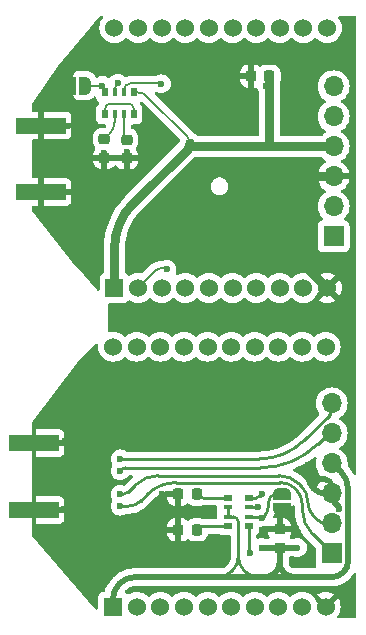
<source format=gbr>
%TF.GenerationSoftware,KiCad,Pcbnew,8.0.2*%
%TF.CreationDate,2025-09-09T09:28:48+02:00*%
%TF.ProjectId,e77,6537372e-6b69-4636-9164-5f7063625858,rev?*%
%TF.SameCoordinates,Original*%
%TF.FileFunction,Copper,L1,Top*%
%TF.FilePolarity,Positive*%
%FSLAX46Y46*%
G04 Gerber Fmt 4.6, Leading zero omitted, Abs format (unit mm)*
G04 Created by KiCad (PCBNEW 8.0.2) date 2025-09-09 09:28:48*
%MOMM*%
%LPD*%
G01*
G04 APERTURE LIST*
G04 Aperture macros list*
%AMRoundRect*
0 Rectangle with rounded corners*
0 $1 Rounding radius*
0 $2 $3 $4 $5 $6 $7 $8 $9 X,Y pos of 4 corners*
0 Add a 4 corners polygon primitive as box body*
4,1,4,$2,$3,$4,$5,$6,$7,$8,$9,$2,$3,0*
0 Add four circle primitives for the rounded corners*
1,1,$1+$1,$2,$3*
1,1,$1+$1,$4,$5*
1,1,$1+$1,$6,$7*
1,1,$1+$1,$8,$9*
0 Add four rect primitives between the rounded corners*
20,1,$1+$1,$2,$3,$4,$5,0*
20,1,$1+$1,$4,$5,$6,$7,0*
20,1,$1+$1,$6,$7,$8,$9,0*
20,1,$1+$1,$8,$9,$2,$3,0*%
%AMFreePoly0*
4,1,19,0.500000,-0.750000,0.000000,-0.750000,0.000000,-0.744911,-0.071157,-0.744911,-0.207708,-0.704816,-0.327430,-0.627875,-0.420627,-0.520320,-0.479746,-0.390866,-0.500000,-0.250000,-0.500000,0.250000,-0.479746,0.390866,-0.420627,0.520320,-0.327430,0.627875,-0.207708,0.704816,-0.071157,0.744911,0.000000,0.744911,0.000000,0.750000,0.500000,0.750000,0.500000,-0.750000,0.500000,-0.750000,
$1*%
%AMFreePoly1*
4,1,19,0.000000,0.744911,0.071157,0.744911,0.207708,0.704816,0.327430,0.627875,0.420627,0.520320,0.479746,0.390866,0.500000,0.250000,0.500000,-0.250000,0.479746,-0.390866,0.420627,-0.520320,0.327430,-0.627875,0.207708,-0.704816,0.071157,-0.744911,0.000000,-0.744911,0.000000,-0.750000,-0.500000,-0.750000,-0.500000,0.750000,0.000000,0.750000,0.000000,0.744911,0.000000,0.744911,
$1*%
G04 Aperture macros list end*
%TA.AperFunction,SMDPad,CuDef*%
%ADD10RoundRect,0.218750X-0.218750X-0.256250X0.218750X-0.256250X0.218750X0.256250X-0.218750X0.256250X0*%
%TD*%
%TA.AperFunction,SMDPad,CuDef*%
%ADD11FreePoly0,90.000000*%
%TD*%
%TA.AperFunction,SMDPad,CuDef*%
%ADD12FreePoly1,90.000000*%
%TD*%
%TA.AperFunction,SMDPad,CuDef*%
%ADD13R,0.500000X0.800000*%
%TD*%
%TA.AperFunction,SMDPad,CuDef*%
%ADD14R,0.400000X0.800000*%
%TD*%
%TA.AperFunction,ComponentPad*%
%ADD15R,1.700000X1.700000*%
%TD*%
%TA.AperFunction,ComponentPad*%
%ADD16O,1.700000X1.700000*%
%TD*%
%TA.AperFunction,SMDPad,CuDef*%
%ADD17RoundRect,0.218750X0.256250X-0.218750X0.256250X0.218750X-0.256250X0.218750X-0.256250X-0.218750X0*%
%TD*%
%TA.AperFunction,SMDPad,CuDef*%
%ADD18RoundRect,0.225000X0.250000X-0.225000X0.250000X0.225000X-0.250000X0.225000X-0.250000X-0.225000X0*%
%TD*%
%TA.AperFunction,ComponentPad*%
%ADD19R,1.524000X1.524000*%
%TD*%
%TA.AperFunction,ComponentPad*%
%ADD20C,1.524000*%
%TD*%
%TA.AperFunction,SMDPad,CuDef*%
%ADD21R,0.800000X0.500000*%
%TD*%
%TA.AperFunction,SMDPad,CuDef*%
%ADD22R,0.800000X0.400000*%
%TD*%
%TA.AperFunction,SMDPad,CuDef*%
%ADD23RoundRect,0.225000X0.225000X0.250000X-0.225000X0.250000X-0.225000X-0.250000X0.225000X-0.250000X0*%
%TD*%
%TA.AperFunction,SMDPad,CuDef*%
%ADD24FreePoly0,0.000000*%
%TD*%
%TA.AperFunction,SMDPad,CuDef*%
%ADD25FreePoly1,0.000000*%
%TD*%
%TA.AperFunction,SMDPad,CuDef*%
%ADD26R,4.200000X1.350000*%
%TD*%
%TA.AperFunction,ViaPad*%
%ADD27C,0.600000*%
%TD*%
%TA.AperFunction,Conductor*%
%ADD28C,0.250000*%
%TD*%
%TA.AperFunction,Conductor*%
%ADD29C,0.200000*%
%TD*%
%TA.AperFunction,Conductor*%
%ADD30C,0.500000*%
%TD*%
%TA.AperFunction,Conductor*%
%ADD31C,0.750000*%
%TD*%
G04 APERTURE END LIST*
D10*
%TO.P,D4,1,K*%
%TO.N,GND*%
X120925000Y-110000000D03*
%TO.P,D4,2,A*%
%TO.N,Net-(D4-A)*%
X122500000Y-110000000D03*
%TD*%
D11*
%TO.P,JP2,1,A*%
%TO.N,GND*%
X129692400Y-108254800D03*
D12*
%TO.P,JP2,2,B*%
%TO.N,Net-(JP2-B)*%
X129692400Y-106954800D03*
%TD*%
D13*
%TO.P,RN1,1,R1.1*%
%TO.N,Net-(J2-Pin_4)*%
X117128400Y-72972600D03*
D14*
%TO.P,RN1,2,R2.1*%
%TO.N,Net-(RN1-R2.1)*%
X116328400Y-72972600D03*
%TO.P,RN1,3,R3.1*%
%TO.N,Net-(RN1-R3.1)*%
X115528400Y-72972600D03*
D13*
%TO.P,RN1,4,R4.1*%
%TO.N,Net-(JP1-B)*%
X114728400Y-72972600D03*
%TO.P,RN1,5,R4.2*%
%TO.N,Net-(RN1-R1.2)*%
X114728400Y-74772600D03*
D14*
%TO.P,RN1,6,R3.2*%
%TO.N,Net-(D1-A)*%
X115528400Y-74772600D03*
%TO.P,RN1,7,R2.2*%
%TO.N,Net-(D2-A)*%
X116328400Y-74772600D03*
D13*
%TO.P,RN1,8,R1.2*%
%TO.N,Net-(RN1-R1.2)*%
X117128400Y-74772600D03*
%TD*%
D15*
%TO.P,J2,1,Pin_1*%
%TO.N,/b6*%
X134064000Y-85150200D03*
D16*
%TO.P,J2,2,Pin_2*%
%TO.N,/b7R*%
X134064000Y-82610200D03*
%TO.P,J2,3,Pin_3*%
%TO.N,GND*%
X134064000Y-80070200D03*
%TO.P,J2,4,Pin_4*%
%TO.N,Net-(J2-Pin_4)*%
X134064000Y-77530200D03*
%TO.P,J2,5,Pin_5*%
%TO.N,Net-(J2-Pin_5)*%
X134064000Y-74990200D03*
%TO.P,J2,6,Pin_6*%
%TO.N,Net-(J2-Pin_6)*%
X134064000Y-72450200D03*
%TD*%
D17*
%TO.P,D1,1,K*%
%TO.N,GND*%
X114658400Y-78495600D03*
%TO.P,D1,2,A*%
%TO.N,Net-(D1-A)*%
X114658400Y-76920600D03*
%TD*%
D18*
%TO.P,C2,1*%
%TO.N,Net-(J1-Pin_4)*%
X129500000Y-111519000D03*
%TO.P,C2,2*%
%TO.N,GND*%
X129500000Y-109969000D03*
%TD*%
D19*
%TO.P,U2,1,VCC*%
%TO.N,Net-(J1-Pin_4)*%
X115400000Y-116500000D03*
D20*
%TO.P,U2,2,DOUT*%
%TO.N,Net-(U2-DOUT)*%
X117400000Y-116500000D03*
%TO.P,U2,3,DIN*%
%TO.N,Net-(U2-DIN)*%
X119400000Y-116500000D03*
%TO.P,U2,4,DO8*%
%TO.N,unconnected-(U2-DO8-Pad4)*%
X121400000Y-116500000D03*
%TO.P,U2,5,RESET*%
%TO.N,unconnected-(U2-RESET-Pad5)*%
X123400000Y-116500000D03*
%TO.P,U2,6,PWM0/RSSI*%
%TO.N,unconnected-(U2-PWM0{slash}RSSI-Pad6)*%
X125400000Y-116500000D03*
%TO.P,U2,7,PWM1*%
%TO.N,unconnected-(U2-PWM1-Pad7)*%
X127400000Y-116500000D03*
%TO.P,U2,8,RESERVED*%
%TO.N,unconnected-(U2-RESERVED-Pad8)*%
X129400000Y-116500000D03*
%TO.P,U2,9,DTR/DI8*%
%TO.N,unconnected-(U2-DTR{slash}DI8-Pad9)*%
X131400000Y-116500000D03*
%TO.P,U2,10,GND*%
%TO.N,GND*%
X133400000Y-116500000D03*
%TO.P,U2,11,AD4/DIO4*%
%TO.N,unconnected-(U2-AD4{slash}DIO4-Pad11)*%
X133400000Y-94500000D03*
%TO.P,U2,12,CTS/DIO7*%
%TO.N,unconnected-(U2-CTS{slash}DIO7-Pad12)*%
X131400000Y-94500000D03*
%TO.P,U2,13,ON/SLEEP*%
%TO.N,unconnected-(U2-ON{slash}SLEEP-Pad13)*%
X129400000Y-94500000D03*
%TO.P,U2,14,VREF*%
%TO.N,unconnected-(U2-VREF-Pad14)*%
X127400000Y-94500000D03*
%TO.P,U2,15,AD5/DIO5*%
%TO.N,unconnected-(U2-AD5{slash}DIO5-Pad15)*%
X125400000Y-94500000D03*
%TO.P,U2,16,RTS/AD6/DIO6*%
%TO.N,unconnected-(U2-RTS{slash}AD6{slash}DIO6-Pad16)*%
X123400000Y-94500000D03*
%TO.P,U2,17,AD3/DIO3*%
%TO.N,unconnected-(U2-AD3{slash}DIO3-Pad17)*%
X121400000Y-94500000D03*
%TO.P,U2,18,AD2/DIO2*%
%TO.N,unconnected-(U2-AD2{slash}DIO2-Pad18)*%
X119400000Y-94500000D03*
%TO.P,U2,19,AD1/DIO1*%
%TO.N,unconnected-(U2-AD1{slash}DIO1-Pad19)*%
X117400000Y-94500000D03*
%TO.P,U2,20,AD0/DIO0*%
%TO.N,unconnected-(U2-AD0{slash}DIO0-Pad20)*%
X115400000Y-94500000D03*
%TD*%
D10*
%TO.P,D3,1,K*%
%TO.N,GND*%
X120925000Y-107000000D03*
%TO.P,D3,2,A*%
%TO.N,Net-(D3-A)*%
X122500000Y-107000000D03*
%TD*%
D19*
%TO.P,U1,1,VCC*%
%TO.N,Net-(J2-Pin_4)*%
X115511600Y-89511600D03*
D20*
%TO.P,U1,2,DOUT*%
%TO.N,/a2*%
X117511600Y-89511600D03*
%TO.P,U1,3,DIN*%
%TO.N,/a3*%
X119511600Y-89511600D03*
%TO.P,U1,4,DO8*%
%TO.N,unconnected-(U1-DO8-Pad4)*%
X121511600Y-89511600D03*
%TO.P,U1,5,RESET*%
%TO.N,unconnected-(U1-RESET-Pad5)*%
X123511600Y-89511600D03*
%TO.P,U1,6,PWM0/RSSI*%
%TO.N,unconnected-(U1-PWM0{slash}RSSI-Pad6)*%
X125511600Y-89511600D03*
%TO.P,U1,7,PWM1*%
%TO.N,unconnected-(U1-PWM1-Pad7)*%
X127511600Y-89511600D03*
%TO.P,U1,8,RESERVED*%
%TO.N,unconnected-(U1-RESERVED-Pad8)*%
X129511600Y-89511600D03*
%TO.P,U1,9,DTR/DI8*%
%TO.N,unconnected-(U1-DTR{slash}DI8-Pad9)*%
X131511600Y-89511600D03*
%TO.P,U1,10,GND*%
%TO.N,GND*%
X133511600Y-89511600D03*
%TO.P,U1,11,AD4/DIO4*%
%TO.N,unconnected-(U1-AD4{slash}DIO4-Pad11)*%
X133511600Y-67511600D03*
%TO.P,U1,12,CTS/DIO7*%
%TO.N,unconnected-(U1-CTS{slash}DIO7-Pad12)*%
X131511600Y-67511600D03*
%TO.P,U1,13,ON/SLEEP*%
%TO.N,unconnected-(U1-ON{slash}SLEEP-Pad13)*%
X129511600Y-67511600D03*
%TO.P,U1,14,VREF*%
%TO.N,unconnected-(U1-VREF-Pad14)*%
X127511600Y-67511600D03*
%TO.P,U1,15,AD5/DIO5*%
%TO.N,unconnected-(U1-AD5{slash}DIO5-Pad15)*%
X125511600Y-67511600D03*
%TO.P,U1,16,RTS/AD6/DIO6*%
%TO.N,unconnected-(U1-RTS{slash}AD6{slash}DIO6-Pad16)*%
X123511600Y-67511600D03*
%TO.P,U1,17,AD3/DIO3*%
%TO.N,unconnected-(U1-AD3{slash}DIO3-Pad17)*%
X121511600Y-67511600D03*
%TO.P,U1,18,AD2/DIO2*%
%TO.N,unconnected-(U1-AD2{slash}DIO2-Pad18)*%
X119511600Y-67511600D03*
%TO.P,U1,19,AD1/DIO1*%
%TO.N,unconnected-(U1-AD1{slash}DIO1-Pad19)*%
X117511600Y-67511600D03*
%TO.P,U1,20,AD0/DIO0*%
%TO.N,unconnected-(U1-AD0{slash}DIO0-Pad20)*%
X115511600Y-67511600D03*
%TD*%
D21*
%TO.P,RN2,1,R1.1*%
%TO.N,Net-(RN2-R1.1)*%
X126900000Y-109700000D03*
D22*
%TO.P,RN2,2,R2.1*%
%TO.N,Net-(JP2-B)*%
X126900000Y-108900000D03*
%TO.P,RN2,3,R3.1*%
%TO.N,Net-(RN2-R3.1)*%
X126900000Y-108100000D03*
D21*
%TO.P,RN2,4,R4.1*%
%TO.N,Net-(RN2-R4.1)*%
X126900000Y-107300000D03*
%TO.P,RN2,5,R4.2*%
%TO.N,Net-(D3-A)*%
X125100000Y-107300000D03*
D22*
%TO.P,RN2,6,R3.2*%
%TO.N,Net-(J1-Pin_4)*%
X125100000Y-108100000D03*
%TO.P,RN2,7,R2.2*%
X125100000Y-108900000D03*
D21*
%TO.P,RN2,8,R1.2*%
%TO.N,Net-(D4-A)*%
X125100000Y-109700000D03*
%TD*%
D17*
%TO.P,D2,1,K*%
%TO.N,GND*%
X116538000Y-78546400D03*
%TO.P,D2,2,A*%
%TO.N,Net-(D2-A)*%
X116538000Y-76971400D03*
%TD*%
D23*
%TO.P,C1,1*%
%TO.N,Net-(J2-Pin_4)*%
X128628400Y-71586600D03*
%TO.P,C1,2*%
%TO.N,GND*%
X127078400Y-71586600D03*
%TD*%
D24*
%TO.P,JP1,1,A*%
%TO.N,GND*%
X111730000Y-72390000D03*
D25*
%TO.P,JP1,2,B*%
%TO.N,Net-(JP1-B)*%
X113030000Y-72390000D03*
%TD*%
D15*
%TO.P,J1,1,Pin_1*%
%TO.N,Net-(J1-Pin_1)*%
X133908800Y-112000000D03*
D16*
%TO.P,J1,2,Pin_2*%
%TO.N,Net-(J1-Pin_2)*%
X133908800Y-109460000D03*
%TO.P,J1,3,Pin_3*%
%TO.N,GND*%
X133908800Y-106920000D03*
%TO.P,J1,4,Pin_4*%
%TO.N,Net-(J1-Pin_4)*%
X133908800Y-104380000D03*
%TO.P,J1,5,Pin_5*%
%TO.N,Net-(J1-Pin_5)*%
X133908800Y-101840000D03*
%TO.P,J1,6,Pin_6*%
%TO.N,Net-(J1-Pin_6)*%
X133908800Y-99300000D03*
%TD*%
D26*
%TO.P,AE2,2,Shield*%
%TO.N,GND*%
X108662500Y-108325000D03*
X108662500Y-102675000D03*
%TD*%
%TO.P,AE1,2,Shield*%
%TO.N,GND*%
X109273600Y-81422000D03*
X109273600Y-75772000D03*
%TD*%
D27*
%TO.N,Net-(J1-Pin_1)*%
X116000000Y-108000000D03*
%TO.N,Net-(J1-Pin_2)*%
X116000000Y-107000000D03*
%TO.N,Net-(JP1-B)*%
X114491600Y-72385000D03*
%TO.N,Net-(JP2-B)*%
X128000000Y-109000000D03*
%TO.N,Net-(J1-Pin_4)*%
X131000000Y-111500000D03*
X128000000Y-111500000D03*
%TO.N,Net-(J1-Pin_6)*%
X116000000Y-104000000D03*
%TO.N,Net-(J1-Pin_5)*%
X116000000Y-105000000D03*
%TO.N,/a2*%
X119952218Y-87954361D03*
%TO.N,Net-(RN1-R3.1)*%
X115791341Y-72203286D03*
%TO.N,Net-(RN1-R2.1)*%
X119484400Y-72247000D03*
%TO.N,Net-(J2-Pin_4)*%
X128374400Y-72399400D03*
%TO.N,GND*%
X109324400Y-74126600D03*
X111712000Y-77530200D03*
X122684800Y-88249000D03*
X120297200Y-77073000D03*
X111335000Y-102500000D03*
X114658400Y-78089000D03*
X115064800Y-80019400D03*
X127203200Y-102819200D03*
X111762800Y-85963000D03*
X128831600Y-82000600D03*
X119500000Y-107000000D03*
X113845600Y-68741800D03*
X111579400Y-75772000D03*
X126500000Y-96000000D03*
X111048800Y-106578400D03*
X122532400Y-68945000D03*
X111610400Y-81422000D03*
X134318000Y-69453000D03*
X126190000Y-73517000D03*
X111508800Y-71078600D03*
X113500000Y-115500000D03*
X115369600Y-82305400D03*
X120500000Y-115000000D03*
X120094000Y-73517000D03*
X113500000Y-96000000D03*
X130304800Y-75599800D03*
X109500000Y-100500000D03*
X118265200Y-74787000D03*
X124920000Y-83677000D03*
X122583200Y-79206600D03*
X134550000Y-108204000D03*
X111661200Y-79917800D03*
X109476800Y-83118200D03*
X124500000Y-115000000D03*
X134500000Y-96000000D03*
X109500000Y-110500000D03*
X126291600Y-76209400D03*
X131879600Y-73161400D03*
X113744000Y-75803000D03*
X113236000Y-78190600D03*
X117706400Y-83880200D03*
X110896400Y-104140000D03*
X132082800Y-79105000D03*
X127104400Y-72399400D03*
X117706400Y-76057000D03*
X116538000Y-78038200D03*
X116588800Y-79765400D03*
X131876800Y-105460800D03*
X120500000Y-96000000D03*
X122500000Y-111500000D03*
X123494800Y-108407200D03*
X130000000Y-80375000D03*
X113000000Y-101000000D03*
X131879600Y-82153000D03*
X117195600Y-98399600D03*
X111610400Y-83169000D03*
X127254000Y-100939600D03*
X122684800Y-76158600D03*
X120548400Y-102666800D03*
X113286800Y-81492600D03*
X134673600Y-87385400D03*
X116382800Y-102362000D03*
X128000000Y-110000000D03*
X111559600Y-73923400D03*
X132590800Y-87131400D03*
X130500000Y-115000000D03*
X117297200Y-110540800D03*
X111250000Y-108250000D03*
X131927600Y-104495600D03*
X131572000Y-100126800D03*
X119500000Y-110000000D03*
%TO.N,Net-(RN2-R4.1)*%
X128000000Y-107000000D03*
%TO.N,Net-(RN2-R1.1)*%
X127000000Y-112000000D03*
%TO.N,Net-(RN2-R3.1)*%
X127660400Y-108100000D03*
%TD*%
D28*
%TO.N,Net-(J1-Pin_1)*%
X116000000Y-108000000D02*
X116654371Y-108000000D01*
X129559908Y-106000000D02*
X120722956Y-106000000D01*
X131426800Y-107866891D02*
X131426800Y-108305800D01*
X132283954Y-110375154D02*
X133908800Y-112000000D01*
X117771453Y-107537289D02*
X118308743Y-107000000D01*
X134000000Y-111750000D02*
X134000000Y-112000000D01*
X120722956Y-106000000D02*
G75*
G03*
X118308768Y-107000025I44J-3414200D01*
G01*
X134000000Y-111750000D02*
G75*
G03*
X133823233Y-111323213I-603600J0D01*
G01*
X130880000Y-106546800D02*
G75*
G03*
X129559908Y-105999997I-1320100J-1320100D01*
G01*
X117771453Y-107537289D02*
G75*
G02*
X116654371Y-107999977I-1117053J1117089D01*
G01*
X131426800Y-108305800D02*
G75*
G03*
X132283956Y-110375152I2926500J0D01*
G01*
X130880000Y-106546800D02*
G75*
G02*
X131426803Y-107866891I-1320100J-1320100D01*
G01*
%TO.N,Net-(J1-Pin_2)*%
X132619916Y-109099516D02*
X132415615Y-108895215D01*
X129448611Y-105410000D02*
X119214299Y-105410000D01*
X131165600Y-106121200D02*
X131337984Y-106293584D01*
X116676776Y-106823223D02*
X117295000Y-106205000D01*
X116000000Y-107000000D02*
X116250000Y-107000000D01*
X133490200Y-109460000D02*
X134000000Y-109460000D01*
X131876800Y-107594400D02*
G75*
G03*
X132415621Y-108895209I1839600J0D01*
G01*
X131337984Y-106293584D02*
G75*
G02*
X131876809Y-107594400I-1300784J-1300816D01*
G01*
X119214299Y-105410000D02*
G75*
G03*
X117295000Y-106205000I1J-2714300D01*
G01*
X131165600Y-106121200D02*
G75*
G03*
X129448611Y-105409995I-1717000J-1717000D01*
G01*
X116676776Y-106823223D02*
G75*
G02*
X116250000Y-106999986I-426776J426823D01*
G01*
X132619916Y-109099516D02*
G75*
G03*
X133490200Y-109459990I870284J870316D01*
G01*
D29*
%TO.N,Net-(JP1-B)*%
X114483064Y-72390000D02*
X113030000Y-72390000D01*
X114728400Y-72789242D02*
X114728400Y-72972600D01*
X114610000Y-72503400D02*
X114491600Y-72385000D01*
X114489100Y-72387500D02*
X114491600Y-72385000D01*
X114489100Y-72387500D02*
G75*
G02*
X114483064Y-72389985I-6000J6000D01*
G01*
X114610000Y-72503400D02*
G75*
G02*
X114728382Y-72789242I-285800J-285800D01*
G01*
D28*
%TO.N,Net-(JP2-B)*%
X127829289Y-108900000D02*
X126900000Y-108900000D01*
X129268981Y-106954800D02*
X129692400Y-106954800D01*
X128524000Y-107699781D02*
X128524000Y-108105476D01*
X128000000Y-109000000D02*
X127950000Y-108950000D01*
X128000000Y-109000000D02*
X128262000Y-108738000D01*
X128524000Y-108105476D02*
G75*
G02*
X128262007Y-108738007I-894500J-24D01*
G01*
X127829289Y-108900000D02*
G75*
G02*
X127950003Y-108949997I11J-170700D01*
G01*
X129268981Y-106954800D02*
G75*
G03*
X128742205Y-107173005I19J-745000D01*
G01*
X128742200Y-107173000D02*
G75*
G03*
X128523992Y-107699781I526800J-526800D01*
G01*
D30*
%TO.N,Net-(J1-Pin_4)*%
X135300000Y-106599238D02*
X135300000Y-112634314D01*
X129500000Y-111500000D02*
X131000000Y-111500000D01*
X124250000Y-114000000D02*
X117277817Y-114000000D01*
D28*
X126000000Y-112250000D02*
X126000000Y-109326776D01*
D30*
X124250000Y-114000000D02*
X127750000Y-114000000D01*
X129500000Y-111500000D02*
X128000000Y-111500000D01*
D28*
X125573223Y-108900000D02*
X125100000Y-108900000D01*
D30*
X128250000Y-114000000D02*
X127750000Y-114000000D01*
D28*
X125100000Y-108900000D02*
X125100000Y-108100000D01*
D30*
X134650000Y-105030000D02*
X134000000Y-104380000D01*
X115400000Y-115800000D02*
X115400000Y-116500000D01*
X129500000Y-112750000D02*
X129500000Y-111500000D01*
X130750000Y-114000000D02*
X133934314Y-114000000D01*
X128250000Y-114000000D02*
X130750000Y-114000000D01*
X115949999Y-114549999D02*
X115894974Y-114605025D01*
X115400000Y-115800000D02*
G75*
G02*
X115894985Y-114605036I1689900J0D01*
G01*
X134900000Y-113600000D02*
G75*
G03*
X135300006Y-112634314I-965700J965700D01*
G01*
X133934314Y-114000000D02*
G75*
G03*
X134899996Y-113599996I-14J1365700D01*
G01*
X115949999Y-114549999D02*
G75*
G02*
X117277817Y-114000006I1327801J-1327801D01*
G01*
X128250000Y-114000000D02*
G75*
G03*
X129500000Y-112750000I0J1250000D01*
G01*
D28*
X126000000Y-112250000D02*
G75*
G02*
X124250000Y-114000000I-1750000J0D01*
G01*
D30*
X129500000Y-112750000D02*
G75*
G03*
X130750000Y-114000000I1250000J0D01*
G01*
D28*
X126000000Y-109326776D02*
G75*
G03*
X125874993Y-109025007I-426800J-24D01*
G01*
X126000000Y-112250000D02*
G75*
G03*
X127750000Y-114000000I1750000J0D01*
G01*
D30*
X134650000Y-105030000D02*
G75*
G02*
X135299984Y-106599238I-1569200J-1569200D01*
G01*
D28*
X125875000Y-109025000D02*
G75*
G03*
X125573223Y-108899990I-301800J-301800D01*
G01*
%TO.N,Net-(J1-Pin_6)*%
X116000000Y-104000000D02*
X127746036Y-104000000D01*
X134000000Y-99650000D02*
X134000000Y-99300000D01*
X133752512Y-100247487D02*
X131593792Y-102406207D01*
X133752512Y-100247487D02*
G75*
G03*
X133999992Y-99650000I-597512J597487D01*
G01*
X127746036Y-104000000D02*
G75*
G03*
X131593785Y-102406200I-36J5441600D01*
G01*
%TO.N,Net-(J1-Pin_5)*%
X127870631Y-104749600D02*
X116427459Y-104749600D01*
X133482942Y-101975057D02*
X132715002Y-102742996D01*
X133809000Y-101840000D02*
X134000000Y-101840000D01*
X116125200Y-104874800D02*
X116000000Y-105000000D01*
X133482942Y-101975057D02*
G75*
G02*
X133809000Y-101839995I326058J-326043D01*
G01*
X127870631Y-104749600D02*
G75*
G03*
X132714992Y-102742986I-31J6851000D01*
G01*
X116125200Y-104874800D02*
G75*
G02*
X116427459Y-104749583I302300J-302300D01*
G01*
D29*
%TO.N,/a2*%
X119941600Y-87893171D02*
X119941600Y-87936234D01*
X118911545Y-88111654D02*
X117511600Y-89511600D01*
X119952218Y-87954361D02*
X119946909Y-87949052D01*
X119561100Y-87842600D02*
X119891028Y-87842600D01*
X119941600Y-87936234D02*
G75*
G03*
X119946932Y-87949029I18100J34D01*
G01*
X119941600Y-87893171D02*
G75*
G03*
X119891028Y-87842600I-50600J-29D01*
G01*
X118911545Y-88111654D02*
G75*
G02*
X119561100Y-87842597I649555J-649546D01*
G01*
%TO.N,Net-(D1-A)*%
X115528400Y-75435417D02*
X115528400Y-74772600D01*
X115093400Y-76485600D02*
X114658400Y-76920600D01*
X115093400Y-76485600D02*
G75*
G03*
X115528407Y-75435417I-1050200J1050200D01*
G01*
%TO.N,Net-(D2-A)*%
X116433200Y-76866600D02*
X116538000Y-76971400D01*
X116328400Y-76613590D02*
X116328400Y-74772600D01*
X116328400Y-76613590D02*
G75*
G03*
X116433197Y-76866603I357800J-10D01*
G01*
%TO.N,Net-(RN1-R3.1)*%
X115528400Y-72652154D02*
X115528400Y-72972600D01*
X115791341Y-72203286D02*
X115659870Y-72334756D01*
X115659870Y-72334756D02*
G75*
G03*
X115528447Y-72652154I317430J-317344D01*
G01*
%TO.N,Net-(RN1-R1.2)*%
X114728400Y-74324228D02*
X114728400Y-74772600D01*
X117128400Y-74324228D02*
X117128400Y-74772600D01*
X115129228Y-73923400D02*
X116727571Y-73923400D01*
X115129228Y-73923400D02*
G75*
G03*
X114845792Y-74040792I-28J-400800D01*
G01*
X117011000Y-74040800D02*
G75*
G02*
X117128388Y-74324228I-283400J-283400D01*
G01*
X117011000Y-74040800D02*
G75*
G03*
X116727571Y-73923412I-283400J-283400D01*
G01*
X114845800Y-74040800D02*
G75*
G03*
X114728412Y-74324228I283400J-283400D01*
G01*
%TO.N,Net-(RN1-R2.1)*%
X119459000Y-72221600D02*
X119484400Y-72247000D01*
X119397678Y-72196200D02*
X116885599Y-72196200D01*
X116328400Y-72747600D02*
X116328400Y-72972600D01*
X116491600Y-72359400D02*
X116487499Y-72363500D01*
X119459000Y-72221600D02*
G75*
G03*
X119397678Y-72196209I-61300J-61300D01*
G01*
X116328400Y-72747600D02*
G75*
G02*
X116487499Y-72363500I543200J0D01*
G01*
X116491600Y-72359400D02*
G75*
G02*
X116885599Y-72196200I394000J-394000D01*
G01*
D28*
%TO.N,Net-(D3-A)*%
X122650000Y-107150000D02*
X122500000Y-107000000D01*
X123012132Y-107300000D02*
X125100000Y-107300000D01*
X123012132Y-107300000D02*
G75*
G02*
X122649991Y-107150009I-32J512100D01*
G01*
%TO.N,Net-(D4-A)*%
X122650000Y-109850000D02*
X122500000Y-110000000D01*
X123012132Y-109700000D02*
X125100000Y-109700000D01*
X122650000Y-109850000D02*
G75*
G02*
X123012132Y-109700013I362100J-362100D01*
G01*
D31*
%TO.N,Net-(J2-Pin_4)*%
X132847179Y-77530200D02*
X132441572Y-77530200D01*
X130295248Y-77530200D02*
X129196716Y-77530200D01*
X133658393Y-77530200D02*
X132847179Y-77530200D01*
X132441572Y-77530200D02*
X130819144Y-77530200D01*
X115511600Y-86195363D02*
X115511600Y-89511600D01*
X126999652Y-77530200D02*
X126132856Y-77530200D01*
D29*
X128628400Y-71786718D02*
X128628400Y-71986836D01*
D31*
X126132856Y-77530200D02*
X124167528Y-77530200D01*
X130295248Y-77530200D02*
X130819144Y-77530200D01*
D29*
X128458039Y-72315760D02*
X128374400Y-72399400D01*
D31*
X122693532Y-77530200D02*
X122202200Y-77530200D01*
D29*
X121725234Y-76773834D02*
X118205287Y-73253887D01*
D31*
X124167528Y-77530200D02*
X123676196Y-77530200D01*
D29*
X117526200Y-72972600D02*
X117128400Y-72972600D01*
D31*
X123676196Y-77530200D02*
X122693532Y-77530200D01*
X128628400Y-71786718D02*
X128628400Y-77377800D01*
X129196716Y-77530200D02*
X128098184Y-77530200D01*
X117105392Y-82347607D02*
X121725234Y-77727765D01*
D29*
X128552199Y-72170799D02*
X128493960Y-72229039D01*
D31*
X133658393Y-77530200D02*
X134064000Y-77530200D01*
X128098184Y-77530200D02*
X126999652Y-77530200D01*
X121922800Y-77250800D02*
G75*
G02*
X121725228Y-77727759I-674500J0D01*
G01*
D29*
X128628400Y-71786718D02*
X128628400Y-71786718D01*
X121725234Y-76773834D02*
G75*
G02*
X121922809Y-77250800I-476934J-476966D01*
G01*
X117526200Y-72972600D02*
G75*
G02*
X118205292Y-73253882I0J-960400D01*
G01*
D31*
X121725234Y-77727765D02*
G75*
G02*
X122202200Y-77530190I476966J-476935D01*
G01*
D29*
X128458039Y-72315760D02*
G75*
G03*
X128476005Y-72272400I-43339J43360D01*
G01*
X128476000Y-72272400D02*
G75*
G02*
X128493965Y-72229044I61300J0D01*
G01*
X121922800Y-77250800D02*
G75*
G03*
X122202200Y-77530200I279400J0D01*
G01*
X128552199Y-72170799D02*
G75*
G03*
X128628414Y-71986836I-183999J183999D01*
G01*
D31*
X117105392Y-82347607D02*
G75*
G03*
X115511559Y-86195363I3847708J-3847793D01*
G01*
D30*
%TO.N,GND*%
X133908800Y-106317400D02*
X133908800Y-106915191D01*
X131927600Y-105469642D02*
X131927600Y-104495600D01*
D29*
X127078400Y-72355015D02*
X127078400Y-71586600D01*
D31*
X130000000Y-80679800D02*
X130000000Y-80375000D01*
D29*
X127104400Y-72399400D02*
X127091400Y-72386400D01*
D30*
X128000000Y-110000000D02*
X128025000Y-109975000D01*
X133343000Y-106920000D02*
X133903991Y-106920000D01*
D28*
X111036256Y-102675000D02*
X108662500Y-102675000D01*
X119500000Y-107000000D02*
X120925000Y-107000000D01*
D31*
X131593792Y-87593792D02*
X133511600Y-89511600D01*
D30*
X133902000Y-107181000D02*
X133902000Y-106931608D01*
X134550000Y-108204000D02*
X134550000Y-108143600D01*
X134384145Y-107917345D02*
X134507290Y-108040490D01*
D31*
X130000000Y-80679800D02*
X130000000Y-80349600D01*
D29*
X111508800Y-71078600D02*
X111619400Y-71189200D01*
D30*
X134384145Y-107917345D02*
X134081746Y-107614946D01*
D31*
X130126999Y-80197199D02*
X130017960Y-80306239D01*
D30*
X129363952Y-109950000D02*
X128085355Y-109950000D01*
X133306200Y-105714800D02*
X132166721Y-105714800D01*
D29*
X129692400Y-109621552D02*
X129692400Y-108254800D01*
D31*
X130433605Y-80070200D02*
X134064000Y-80070200D01*
D29*
X111730000Y-71456212D02*
X111730000Y-72390000D01*
D31*
X130000000Y-80679800D02*
X130000000Y-80984600D01*
X130000000Y-81594200D02*
X130000000Y-81289400D01*
D28*
X119500000Y-110000000D02*
X120925000Y-110000000D01*
D31*
X130000000Y-80349600D02*
X130000000Y-80375000D01*
X130000000Y-81594200D02*
X130000000Y-82203800D01*
X130000000Y-81594200D02*
X130000000Y-81289400D01*
X130000000Y-80679800D02*
X130000000Y-80984600D01*
X130000000Y-82203800D02*
X130000000Y-81594200D01*
D29*
X131876800Y-105460800D02*
X132054600Y-105638600D01*
D30*
X132377118Y-106519918D02*
X132352400Y-106495200D01*
D28*
X111335000Y-102500000D02*
X111247500Y-102587500D01*
X111250000Y-108250000D02*
X111212500Y-108287500D01*
D31*
X130000000Y-80984600D02*
X130000000Y-81289400D01*
D28*
X111121966Y-108325000D02*
X108662500Y-108325000D01*
D29*
X116538000Y-78038200D02*
X116538000Y-78546400D01*
X132054600Y-105638600D02*
X132105400Y-105689400D01*
X114658400Y-78089000D02*
X114658400Y-78495600D01*
D31*
X130000000Y-80984600D02*
X130000000Y-81289400D01*
X130000000Y-82203800D02*
X130000000Y-83746036D01*
D28*
X111036256Y-102675000D02*
G75*
G03*
X111247533Y-102587534I44J298800D01*
G01*
D31*
X130000000Y-80349600D02*
G75*
G02*
X130017965Y-80306244I61300J0D01*
G01*
D30*
X132105400Y-105689400D02*
G75*
G03*
X132166721Y-105714791I61300J61300D01*
G01*
X131927600Y-105469642D02*
G75*
G03*
X132352433Y-106495167I1450300J42D01*
G01*
X134507290Y-108040490D02*
G75*
G02*
X134550005Y-108143600I-103090J-103110D01*
G01*
D28*
X111212500Y-108287500D02*
G75*
G02*
X111121966Y-108324986I-90500J90500D01*
G01*
D29*
X129596200Y-109853800D02*
G75*
G02*
X129363952Y-109950022I-232300J232300D01*
G01*
D30*
X134384145Y-107917345D02*
X134384145Y-107917345D01*
D31*
X130000000Y-80984600D02*
X130000000Y-80984600D01*
X131593792Y-87593792D02*
G75*
G02*
X129999989Y-83746036I3847808J3847792D01*
G01*
D29*
X127091400Y-72386400D02*
G75*
G02*
X127078394Y-72355015I31400J31400D01*
G01*
D31*
X130126999Y-80197199D02*
G75*
G02*
X130433605Y-80070201I306601J-306601D01*
G01*
D30*
X133903991Y-106920000D02*
G75*
G03*
X133908800Y-106915191I9J4800D01*
G01*
X133908800Y-106317400D02*
G75*
G03*
X133306200Y-105714800I-602600J0D01*
G01*
X133905400Y-106923400D02*
G75*
G03*
X133902003Y-106931608I8200J-8200D01*
G01*
X132377118Y-106519918D02*
G75*
G03*
X133343000Y-106919989I965882J965918D01*
G01*
X134384145Y-107917345D02*
X134384145Y-107917345D01*
X133902000Y-107181000D02*
G75*
G03*
X134081745Y-107614947I613700J0D01*
G01*
D31*
X130000000Y-81594200D02*
X130000000Y-81594200D01*
X130000000Y-80349600D02*
X130000000Y-80349600D01*
X130000000Y-80679800D02*
X130000000Y-80679800D01*
D29*
X129692400Y-109621552D02*
G75*
G02*
X129596185Y-109853785I-328500J52D01*
G01*
D30*
X133908800Y-106915191D02*
G75*
G02*
X133905402Y-106923402I-11600J-9D01*
G01*
X128025000Y-109975000D02*
G75*
G02*
X128085355Y-109949982I60400J-60400D01*
G01*
X133905400Y-106923400D02*
G75*
G03*
X133903991Y-106920020I-1400J1400D01*
G01*
D31*
X130000000Y-81289400D02*
X130000000Y-81289400D01*
X130000000Y-80349600D02*
G75*
G02*
X130017965Y-80306244I61300J0D01*
G01*
D29*
X111619400Y-71189200D02*
G75*
G02*
X111729995Y-71456212I-267000J-267000D01*
G01*
D28*
%TO.N,Net-(RN2-R4.1)*%
X127487867Y-107300000D02*
X126900000Y-107300000D01*
X127850000Y-107150000D02*
X128000000Y-107000000D01*
X127487867Y-107300000D02*
G75*
G03*
X127850009Y-107150009I33J512100D01*
G01*
%TO.N,Net-(RN2-R1.1)*%
X127000000Y-112000000D02*
X126950000Y-111950000D01*
X126900000Y-111829289D02*
X126900000Y-109700000D01*
X126900000Y-111829289D02*
G75*
G03*
X126949997Y-111950003I170700J-11D01*
G01*
%TO.N,Net-(RN2-R3.1)*%
X127660400Y-108100000D02*
X126900000Y-108100000D01*
%TD*%
%TA.AperFunction,Conductor*%
%TO.N,GND*%
G36*
X135955743Y-113661010D02*
G01*
X135994115Y-113719400D01*
X135999500Y-113755546D01*
X135999500Y-117375500D01*
X135979815Y-117442539D01*
X135927011Y-117488294D01*
X135875500Y-117499500D01*
X134478962Y-117499500D01*
X134411923Y-117479815D01*
X134366168Y-117427011D01*
X134356224Y-117357853D01*
X134377387Y-117304376D01*
X134497099Y-117133409D01*
X134497100Y-117133407D01*
X134590419Y-116933284D01*
X134590424Y-116933270D01*
X134647573Y-116719986D01*
X134647575Y-116719976D01*
X134666821Y-116500000D01*
X134666821Y-116499999D01*
X134647575Y-116280023D01*
X134647573Y-116280013D01*
X134590424Y-116066729D01*
X134590420Y-116066720D01*
X134497096Y-115866586D01*
X134451741Y-115801811D01*
X134451740Y-115801810D01*
X133781000Y-116472550D01*
X133781000Y-116449840D01*
X133755036Y-116352939D01*
X133704876Y-116266060D01*
X133633940Y-116195124D01*
X133547061Y-116144964D01*
X133450160Y-116119000D01*
X133427448Y-116119000D01*
X134098188Y-115448259D01*
X134098187Y-115448258D01*
X134033411Y-115402901D01*
X134033405Y-115402898D01*
X133833284Y-115309580D01*
X133833270Y-115309575D01*
X133619986Y-115252426D01*
X133619976Y-115252424D01*
X133400001Y-115233179D01*
X133399999Y-115233179D01*
X133180023Y-115252424D01*
X133180013Y-115252426D01*
X132966729Y-115309575D01*
X132966720Y-115309579D01*
X132766590Y-115402901D01*
X132701811Y-115448258D01*
X133372553Y-116119000D01*
X133349840Y-116119000D01*
X133252939Y-116144964D01*
X133166060Y-116195124D01*
X133095124Y-116266060D01*
X133044964Y-116352939D01*
X133019000Y-116449840D01*
X133019000Y-116472553D01*
X132587041Y-116040594D01*
X132562341Y-116005319D01*
X132497534Y-115866339D01*
X132400000Y-115727045D01*
X132370827Y-115685381D01*
X132312318Y-115626872D01*
X132214620Y-115529174D01*
X132214616Y-115529171D01*
X132214615Y-115529170D01*
X132033666Y-115402468D01*
X132033662Y-115402466D01*
X131986457Y-115380454D01*
X131833450Y-115309106D01*
X131833447Y-115309105D01*
X131833445Y-115309104D01*
X131620070Y-115251930D01*
X131620062Y-115251929D01*
X131400002Y-115232677D01*
X131399998Y-115232677D01*
X131179937Y-115251929D01*
X131179929Y-115251930D01*
X130966554Y-115309104D01*
X130966548Y-115309107D01*
X130766340Y-115402465D01*
X130766338Y-115402466D01*
X130585381Y-115529172D01*
X130487680Y-115626873D01*
X130426356Y-115660357D01*
X130356665Y-115655373D01*
X130312318Y-115626872D01*
X130214621Y-115529175D01*
X130214615Y-115529170D01*
X130033666Y-115402468D01*
X130033662Y-115402466D01*
X129986457Y-115380454D01*
X129833450Y-115309106D01*
X129833447Y-115309105D01*
X129833445Y-115309104D01*
X129620070Y-115251930D01*
X129620062Y-115251929D01*
X129400002Y-115232677D01*
X129399998Y-115232677D01*
X129179937Y-115251929D01*
X129179929Y-115251930D01*
X128966554Y-115309104D01*
X128966548Y-115309107D01*
X128766340Y-115402465D01*
X128766338Y-115402466D01*
X128585381Y-115529172D01*
X128487680Y-115626873D01*
X128426356Y-115660357D01*
X128356665Y-115655373D01*
X128312318Y-115626872D01*
X128214621Y-115529175D01*
X128214615Y-115529170D01*
X128033666Y-115402468D01*
X128033662Y-115402466D01*
X127986457Y-115380454D01*
X127833450Y-115309106D01*
X127833447Y-115309105D01*
X127833445Y-115309104D01*
X127620070Y-115251930D01*
X127620062Y-115251929D01*
X127400002Y-115232677D01*
X127399998Y-115232677D01*
X127179937Y-115251929D01*
X127179929Y-115251930D01*
X126966554Y-115309104D01*
X126966548Y-115309107D01*
X126766340Y-115402465D01*
X126766338Y-115402466D01*
X126585381Y-115529172D01*
X126487680Y-115626873D01*
X126426356Y-115660357D01*
X126356665Y-115655373D01*
X126312318Y-115626872D01*
X126214621Y-115529175D01*
X126214615Y-115529170D01*
X126033666Y-115402468D01*
X126033662Y-115402466D01*
X125986457Y-115380454D01*
X125833450Y-115309106D01*
X125833447Y-115309105D01*
X125833445Y-115309104D01*
X125620070Y-115251930D01*
X125620062Y-115251929D01*
X125400002Y-115232677D01*
X125399998Y-115232677D01*
X125179937Y-115251929D01*
X125179929Y-115251930D01*
X124966554Y-115309104D01*
X124966548Y-115309107D01*
X124766340Y-115402465D01*
X124766338Y-115402466D01*
X124585381Y-115529172D01*
X124487680Y-115626873D01*
X124426356Y-115660357D01*
X124356665Y-115655373D01*
X124312318Y-115626872D01*
X124214621Y-115529175D01*
X124214615Y-115529170D01*
X124033666Y-115402468D01*
X124033662Y-115402466D01*
X123986457Y-115380454D01*
X123833450Y-115309106D01*
X123833447Y-115309105D01*
X123833445Y-115309104D01*
X123620070Y-115251930D01*
X123620062Y-115251929D01*
X123400002Y-115232677D01*
X123399998Y-115232677D01*
X123179937Y-115251929D01*
X123179929Y-115251930D01*
X122966554Y-115309104D01*
X122966548Y-115309107D01*
X122766340Y-115402465D01*
X122766338Y-115402466D01*
X122585381Y-115529172D01*
X122487680Y-115626873D01*
X122426356Y-115660357D01*
X122356665Y-115655373D01*
X122312318Y-115626872D01*
X122214621Y-115529175D01*
X122214615Y-115529170D01*
X122033666Y-115402468D01*
X122033662Y-115402466D01*
X121986457Y-115380454D01*
X121833450Y-115309106D01*
X121833447Y-115309105D01*
X121833445Y-115309104D01*
X121620070Y-115251930D01*
X121620062Y-115251929D01*
X121400002Y-115232677D01*
X121399998Y-115232677D01*
X121179937Y-115251929D01*
X121179929Y-115251930D01*
X120966554Y-115309104D01*
X120966548Y-115309107D01*
X120766340Y-115402465D01*
X120766338Y-115402466D01*
X120585381Y-115529172D01*
X120487680Y-115626873D01*
X120426356Y-115660357D01*
X120356665Y-115655373D01*
X120312318Y-115626872D01*
X120214621Y-115529175D01*
X120214615Y-115529170D01*
X120033666Y-115402468D01*
X120033662Y-115402466D01*
X119986457Y-115380454D01*
X119833450Y-115309106D01*
X119833447Y-115309105D01*
X119833445Y-115309104D01*
X119620070Y-115251930D01*
X119620062Y-115251929D01*
X119400002Y-115232677D01*
X119399998Y-115232677D01*
X119179937Y-115251929D01*
X119179929Y-115251930D01*
X118966554Y-115309104D01*
X118966548Y-115309107D01*
X118766340Y-115402465D01*
X118766338Y-115402466D01*
X118585381Y-115529172D01*
X118487680Y-115626873D01*
X118426356Y-115660357D01*
X118356665Y-115655373D01*
X118312318Y-115626872D01*
X118214621Y-115529175D01*
X118214615Y-115529170D01*
X118033666Y-115402468D01*
X118033662Y-115402466D01*
X117986457Y-115380454D01*
X117833450Y-115309106D01*
X117833447Y-115309105D01*
X117833445Y-115309104D01*
X117620070Y-115251930D01*
X117620062Y-115251929D01*
X117400002Y-115232677D01*
X117399998Y-115232677D01*
X117179937Y-115251929D01*
X117179929Y-115251930D01*
X116966554Y-115309104D01*
X116966548Y-115309107D01*
X116766340Y-115402465D01*
X116766334Y-115402469D01*
X116713629Y-115439372D01*
X116647423Y-115461699D01*
X116579656Y-115444686D01*
X116543242Y-115412107D01*
X116519547Y-115380455D01*
X116519544Y-115380452D01*
X116440637Y-115321382D01*
X116398766Y-115265449D01*
X116393782Y-115195757D01*
X116420641Y-115141604D01*
X116421073Y-115141098D01*
X116422612Y-115139295D01*
X116429216Y-115132151D01*
X116477266Y-115084101D01*
X116484389Y-115077516D01*
X116607778Y-114972133D01*
X116623514Y-114960701D01*
X116757708Y-114878468D01*
X116775045Y-114869635D01*
X116787189Y-114864605D01*
X116920438Y-114809411D01*
X116938934Y-114803401D01*
X117091977Y-114766660D01*
X117111180Y-114763619D01*
X117273038Y-114750881D01*
X117282754Y-114750500D01*
X117356691Y-114750501D01*
X117356696Y-114750500D01*
X124176082Y-114750500D01*
X127676082Y-114750500D01*
X128171119Y-114750500D01*
X128176082Y-114750500D01*
X130618880Y-114750500D01*
X130676082Y-114750500D01*
X133855436Y-114750500D01*
X133855441Y-114750501D01*
X133882952Y-114750500D01*
X133882973Y-114750506D01*
X133934322Y-114750505D01*
X133934322Y-114750506D01*
X134053157Y-114750504D01*
X134053167Y-114750504D01*
X134224915Y-114731150D01*
X134289353Y-114723890D01*
X134521077Y-114670999D01*
X134745423Y-114592495D01*
X134959568Y-114489367D01*
X135160821Y-114362911D01*
X135346649Y-114214717D01*
X135367836Y-114193530D01*
X135367843Y-114193524D01*
X135374905Y-114186462D01*
X135374907Y-114186461D01*
X135430684Y-114130684D01*
X135486461Y-114074907D01*
X135486462Y-114074904D01*
X135491455Y-114069912D01*
X135491535Y-114069821D01*
X135514713Y-114046645D01*
X135662906Y-113860817D01*
X135770506Y-113689574D01*
X135822841Y-113643283D01*
X135891895Y-113632635D01*
X135955743Y-113661010D01*
G37*
%TD.AperFunction*%
%TA.AperFunction,Conductor*%
G36*
X114507188Y-66520185D02*
G01*
X114552943Y-66572989D01*
X114562887Y-66642147D01*
X114541724Y-66695623D01*
X114414066Y-66877938D01*
X114414065Y-66877940D01*
X114320707Y-67078148D01*
X114320704Y-67078154D01*
X114263530Y-67291529D01*
X114263529Y-67291537D01*
X114244277Y-67511597D01*
X114244277Y-67511602D01*
X114263529Y-67731662D01*
X114263530Y-67731670D01*
X114320704Y-67945045D01*
X114320705Y-67945047D01*
X114320706Y-67945050D01*
X114414066Y-68145262D01*
X114414068Y-68145266D01*
X114540770Y-68326215D01*
X114540775Y-68326221D01*
X114696978Y-68482424D01*
X114696984Y-68482429D01*
X114877933Y-68609131D01*
X114877935Y-68609132D01*
X114877938Y-68609134D01*
X115078150Y-68702494D01*
X115291532Y-68759670D01*
X115448723Y-68773422D01*
X115511598Y-68778923D01*
X115511600Y-68778923D01*
X115511602Y-68778923D01*
X115566617Y-68774109D01*
X115731668Y-68759670D01*
X115945050Y-68702494D01*
X116145262Y-68609134D01*
X116326220Y-68482426D01*
X116423919Y-68384727D01*
X116485242Y-68351242D01*
X116554934Y-68356226D01*
X116599281Y-68384727D01*
X116696978Y-68482424D01*
X116696984Y-68482429D01*
X116877933Y-68609131D01*
X116877935Y-68609132D01*
X116877938Y-68609134D01*
X117078150Y-68702494D01*
X117291532Y-68759670D01*
X117448723Y-68773422D01*
X117511598Y-68778923D01*
X117511600Y-68778923D01*
X117511602Y-68778923D01*
X117566617Y-68774109D01*
X117731668Y-68759670D01*
X117945050Y-68702494D01*
X118145262Y-68609134D01*
X118326220Y-68482426D01*
X118423919Y-68384727D01*
X118485242Y-68351242D01*
X118554934Y-68356226D01*
X118599281Y-68384727D01*
X118696978Y-68482424D01*
X118696984Y-68482429D01*
X118877933Y-68609131D01*
X118877935Y-68609132D01*
X118877938Y-68609134D01*
X119078150Y-68702494D01*
X119291532Y-68759670D01*
X119448723Y-68773422D01*
X119511598Y-68778923D01*
X119511600Y-68778923D01*
X119511602Y-68778923D01*
X119566617Y-68774109D01*
X119731668Y-68759670D01*
X119945050Y-68702494D01*
X120145262Y-68609134D01*
X120326220Y-68482426D01*
X120423919Y-68384727D01*
X120485242Y-68351242D01*
X120554934Y-68356226D01*
X120599281Y-68384727D01*
X120696978Y-68482424D01*
X120696984Y-68482429D01*
X120877933Y-68609131D01*
X120877935Y-68609132D01*
X120877938Y-68609134D01*
X121078150Y-68702494D01*
X121291532Y-68759670D01*
X121448723Y-68773422D01*
X121511598Y-68778923D01*
X121511600Y-68778923D01*
X121511602Y-68778923D01*
X121566617Y-68774109D01*
X121731668Y-68759670D01*
X121945050Y-68702494D01*
X122145262Y-68609134D01*
X122326220Y-68482426D01*
X122423919Y-68384727D01*
X122485242Y-68351242D01*
X122554934Y-68356226D01*
X122599281Y-68384727D01*
X122696978Y-68482424D01*
X122696984Y-68482429D01*
X122877933Y-68609131D01*
X122877935Y-68609132D01*
X122877938Y-68609134D01*
X123078150Y-68702494D01*
X123291532Y-68759670D01*
X123448723Y-68773422D01*
X123511598Y-68778923D01*
X123511600Y-68778923D01*
X123511602Y-68778923D01*
X123566617Y-68774109D01*
X123731668Y-68759670D01*
X123945050Y-68702494D01*
X124145262Y-68609134D01*
X124326220Y-68482426D01*
X124423919Y-68384727D01*
X124485242Y-68351242D01*
X124554934Y-68356226D01*
X124599281Y-68384727D01*
X124696978Y-68482424D01*
X124696984Y-68482429D01*
X124877933Y-68609131D01*
X124877935Y-68609132D01*
X124877938Y-68609134D01*
X125078150Y-68702494D01*
X125291532Y-68759670D01*
X125448723Y-68773422D01*
X125511598Y-68778923D01*
X125511600Y-68778923D01*
X125511602Y-68778923D01*
X125566617Y-68774109D01*
X125731668Y-68759670D01*
X125945050Y-68702494D01*
X126145262Y-68609134D01*
X126326220Y-68482426D01*
X126423919Y-68384727D01*
X126485242Y-68351242D01*
X126554934Y-68356226D01*
X126599281Y-68384727D01*
X126696978Y-68482424D01*
X126696984Y-68482429D01*
X126877933Y-68609131D01*
X126877935Y-68609132D01*
X126877938Y-68609134D01*
X127078150Y-68702494D01*
X127291532Y-68759670D01*
X127448723Y-68773422D01*
X127511598Y-68778923D01*
X127511600Y-68778923D01*
X127511602Y-68778923D01*
X127566617Y-68774109D01*
X127731668Y-68759670D01*
X127945050Y-68702494D01*
X128145262Y-68609134D01*
X128326220Y-68482426D01*
X128423919Y-68384727D01*
X128485242Y-68351242D01*
X128554934Y-68356226D01*
X128599281Y-68384727D01*
X128696978Y-68482424D01*
X128696984Y-68482429D01*
X128877933Y-68609131D01*
X128877935Y-68609132D01*
X128877938Y-68609134D01*
X129078150Y-68702494D01*
X129291532Y-68759670D01*
X129448723Y-68773422D01*
X129511598Y-68778923D01*
X129511600Y-68778923D01*
X129511602Y-68778923D01*
X129566617Y-68774109D01*
X129731668Y-68759670D01*
X129945050Y-68702494D01*
X130145262Y-68609134D01*
X130326220Y-68482426D01*
X130423919Y-68384727D01*
X130485242Y-68351242D01*
X130554934Y-68356226D01*
X130599281Y-68384727D01*
X130696978Y-68482424D01*
X130696984Y-68482429D01*
X130877933Y-68609131D01*
X130877935Y-68609132D01*
X130877938Y-68609134D01*
X131078150Y-68702494D01*
X131291532Y-68759670D01*
X131448723Y-68773422D01*
X131511598Y-68778923D01*
X131511600Y-68778923D01*
X131511602Y-68778923D01*
X131566617Y-68774109D01*
X131731668Y-68759670D01*
X131945050Y-68702494D01*
X132145262Y-68609134D01*
X132326220Y-68482426D01*
X132423919Y-68384727D01*
X132485242Y-68351242D01*
X132554934Y-68356226D01*
X132599281Y-68384727D01*
X132696978Y-68482424D01*
X132696984Y-68482429D01*
X132877933Y-68609131D01*
X132877935Y-68609132D01*
X132877938Y-68609134D01*
X133078150Y-68702494D01*
X133291532Y-68759670D01*
X133448723Y-68773422D01*
X133511598Y-68778923D01*
X133511600Y-68778923D01*
X133511602Y-68778923D01*
X133566617Y-68774109D01*
X133731668Y-68759670D01*
X133945050Y-68702494D01*
X134145262Y-68609134D01*
X134326220Y-68482426D01*
X134482426Y-68326220D01*
X134609134Y-68145262D01*
X134702494Y-67945050D01*
X134759670Y-67731668D01*
X134778923Y-67511600D01*
X134759670Y-67291532D01*
X134702494Y-67078150D01*
X134609134Y-66877939D01*
X134482426Y-66696980D01*
X134481476Y-66695623D01*
X134459149Y-66629417D01*
X134476159Y-66561649D01*
X134527108Y-66513837D01*
X134583051Y-66500500D01*
X135875500Y-66500500D01*
X135942539Y-66520185D01*
X135988294Y-66572989D01*
X135999500Y-66624500D01*
X135999500Y-105264917D01*
X135979815Y-105331956D01*
X135927011Y-105377711D01*
X135857853Y-105387655D01*
X135794297Y-105358630D01*
X135766141Y-105323369D01*
X135689108Y-105179249D01*
X135631062Y-105070650D01*
X135631056Y-105070641D01*
X135631052Y-105070634D01*
X135468959Y-104828043D01*
X135468950Y-104828031D01*
X135281914Y-104600127D01*
X135282786Y-104599411D01*
X135254342Y-104540582D01*
X135253134Y-104509434D01*
X135253960Y-104500000D01*
X135264459Y-104380000D01*
X135243863Y-104144592D01*
X135182703Y-103916337D01*
X135082835Y-103702171D01*
X135046640Y-103650478D01*
X134947294Y-103508597D01*
X134780202Y-103341506D01*
X134780196Y-103341501D01*
X134594642Y-103211575D01*
X134551017Y-103156998D01*
X134543823Y-103087500D01*
X134575346Y-103025145D01*
X134594642Y-103008425D01*
X134713785Y-102925000D01*
X134780201Y-102878495D01*
X134947295Y-102711401D01*
X135082835Y-102517830D01*
X135182703Y-102303663D01*
X135243863Y-102075408D01*
X135264459Y-101840000D01*
X135243863Y-101604592D01*
X135182703Y-101376337D01*
X135082835Y-101162171D01*
X134947295Y-100968599D01*
X134947294Y-100968597D01*
X134780202Y-100801506D01*
X134780196Y-100801501D01*
X134594642Y-100671575D01*
X134551017Y-100616998D01*
X134543823Y-100547500D01*
X134575346Y-100485145D01*
X134594642Y-100468425D01*
X134616826Y-100452891D01*
X134780201Y-100338495D01*
X134947295Y-100171401D01*
X135082835Y-99977830D01*
X135182703Y-99763663D01*
X135243863Y-99535408D01*
X135264459Y-99300000D01*
X135243863Y-99064592D01*
X135182703Y-98836337D01*
X135082835Y-98622171D01*
X134947295Y-98428599D01*
X134947294Y-98428597D01*
X134780202Y-98261506D01*
X134780195Y-98261501D01*
X134586634Y-98125967D01*
X134586630Y-98125965D01*
X134586628Y-98125964D01*
X134372463Y-98026097D01*
X134372459Y-98026096D01*
X134372455Y-98026094D01*
X134144213Y-97964938D01*
X134144203Y-97964936D01*
X133908801Y-97944341D01*
X133908799Y-97944341D01*
X133673396Y-97964936D01*
X133673386Y-97964938D01*
X133445144Y-98026094D01*
X133445135Y-98026098D01*
X133230971Y-98125964D01*
X133230969Y-98125965D01*
X133037397Y-98261505D01*
X132870305Y-98428597D01*
X132734765Y-98622169D01*
X132734764Y-98622171D01*
X132634898Y-98836335D01*
X132634894Y-98836344D01*
X132573738Y-99064586D01*
X132573736Y-99064596D01*
X132553141Y-99299999D01*
X132553141Y-99300000D01*
X132573736Y-99535403D01*
X132573738Y-99535413D01*
X132634894Y-99763655D01*
X132634896Y-99763659D01*
X132634897Y-99763663D01*
X132734765Y-99977830D01*
X132734767Y-99977834D01*
X132840978Y-100129519D01*
X132863305Y-100195725D01*
X132846295Y-100263492D01*
X132827084Y-100288323D01*
X131205202Y-101910207D01*
X131205201Y-101910208D01*
X131153226Y-101962182D01*
X131149717Y-101965556D01*
X130877388Y-102217293D01*
X130869985Y-102223616D01*
X130580658Y-102451703D01*
X130572781Y-102457426D01*
X130266465Y-102662099D01*
X130258163Y-102667186D01*
X129936734Y-102847196D01*
X129928059Y-102851617D01*
X129593481Y-103005860D01*
X129584486Y-103009586D01*
X129238835Y-103137105D01*
X129229575Y-103140113D01*
X128875008Y-103240113D01*
X128865541Y-103242386D01*
X128504204Y-103314262D01*
X128494587Y-103315785D01*
X128128733Y-103359088D01*
X128119027Y-103359852D01*
X127748729Y-103374404D01*
X127743860Y-103374500D01*
X116544855Y-103374500D01*
X116478883Y-103355494D01*
X116349523Y-103274211D01*
X116179254Y-103214631D01*
X116179249Y-103214630D01*
X116000004Y-103194435D01*
X115999996Y-103194435D01*
X115820750Y-103214630D01*
X115820745Y-103214631D01*
X115650476Y-103274211D01*
X115497737Y-103370184D01*
X115370184Y-103497737D01*
X115274211Y-103650476D01*
X115214631Y-103820745D01*
X115214630Y-103820750D01*
X115194435Y-103999996D01*
X115194435Y-104000003D01*
X115214630Y-104179249D01*
X115214633Y-104179262D01*
X115274209Y-104349520D01*
X115327309Y-104434029D01*
X115346309Y-104501266D01*
X115327309Y-104565971D01*
X115274209Y-104650479D01*
X115214633Y-104820737D01*
X115214630Y-104820750D01*
X115194435Y-104999996D01*
X115194435Y-105000003D01*
X115214630Y-105179249D01*
X115214631Y-105179254D01*
X115274211Y-105349523D01*
X115370183Y-105502260D01*
X115370184Y-105502262D01*
X115497738Y-105629816D01*
X115566155Y-105672805D01*
X115633407Y-105715063D01*
X115650478Y-105725789D01*
X115690185Y-105739683D01*
X115820745Y-105785368D01*
X115820750Y-105785369D01*
X115999996Y-105805565D01*
X116000000Y-105805565D01*
X116000004Y-105805565D01*
X116179249Y-105785369D01*
X116179252Y-105785368D01*
X116179255Y-105785368D01*
X116349522Y-105725789D01*
X116502262Y-105629816D01*
X116629816Y-105502262D01*
X116641491Y-105483679D01*
X116673257Y-105433127D01*
X116725591Y-105386837D01*
X116778250Y-105375100D01*
X116953095Y-105375100D01*
X117020134Y-105394785D01*
X117065889Y-105447589D01*
X117075833Y-105516747D01*
X117046808Y-105580303D01*
X117031760Y-105594953D01*
X116968722Y-105646686D01*
X116889206Y-105726200D01*
X116889194Y-105726214D01*
X116398449Y-106216958D01*
X116337126Y-106250443D01*
X116269814Y-106246319D01*
X116179257Y-106214632D01*
X116179249Y-106214630D01*
X116000004Y-106194435D01*
X115999996Y-106194435D01*
X115820750Y-106214630D01*
X115820745Y-106214631D01*
X115650476Y-106274211D01*
X115497737Y-106370184D01*
X115370184Y-106497737D01*
X115274211Y-106650476D01*
X115214631Y-106820745D01*
X115214630Y-106820750D01*
X115194435Y-106999996D01*
X115194435Y-107000003D01*
X115214630Y-107179249D01*
X115214633Y-107179262D01*
X115274209Y-107349520D01*
X115327309Y-107434029D01*
X115346309Y-107501266D01*
X115327309Y-107565971D01*
X115274209Y-107650479D01*
X115214633Y-107820737D01*
X115214630Y-107820750D01*
X115194435Y-107999996D01*
X115194435Y-108000003D01*
X115214630Y-108179249D01*
X115214631Y-108179254D01*
X115274211Y-108349523D01*
X115339177Y-108452915D01*
X115370184Y-108502262D01*
X115497738Y-108629816D01*
X115650478Y-108725789D01*
X115803121Y-108779201D01*
X115820745Y-108785368D01*
X115820750Y-108785369D01*
X115999996Y-108805565D01*
X116000000Y-108805565D01*
X116000004Y-108805565D01*
X116179249Y-108785369D01*
X116179252Y-108785368D01*
X116179255Y-108785368D01*
X116349522Y-108725789D01*
X116478883Y-108644505D01*
X116544855Y-108625500D01*
X116722134Y-108625500D01*
X116722590Y-108625476D01*
X116778206Y-108625478D01*
X117024341Y-108597750D01*
X117265823Y-108542638D01*
X117499617Y-108460834D01*
X117499627Y-108460828D01*
X117499630Y-108460828D01*
X117722776Y-108353372D01*
X117722778Y-108353371D01*
X117722778Y-108353370D01*
X117722782Y-108353369D01*
X117932511Y-108221592D01*
X118126167Y-108067162D01*
X118164794Y-108028535D01*
X118164821Y-108028511D01*
X118170183Y-108023148D01*
X118170186Y-108023147D01*
X118253509Y-107939824D01*
X118267446Y-107925888D01*
X118267446Y-107925885D01*
X118277649Y-107915684D01*
X118277652Y-107915679D01*
X118687128Y-107506204D01*
X118687138Y-107506197D01*
X118697340Y-107495995D01*
X118748895Y-107444438D01*
X118753248Y-107440292D01*
X118903453Y-107304152D01*
X119987501Y-107304152D01*
X119997556Y-107402583D01*
X120050406Y-107562072D01*
X120050408Y-107562077D01*
X120138614Y-107705080D01*
X120257419Y-107823885D01*
X120400422Y-107912091D01*
X120400427Y-107912093D01*
X120559916Y-107964942D01*
X120658356Y-107974999D01*
X120675000Y-107974998D01*
X120675000Y-107250000D01*
X119987501Y-107250000D01*
X119987501Y-107304152D01*
X118903453Y-107304152D01*
X118949325Y-107262575D01*
X118958696Y-107254884D01*
X119168759Y-107099086D01*
X119178837Y-107092352D01*
X119403155Y-106957897D01*
X119413874Y-106952168D01*
X119650267Y-106840359D01*
X119661488Y-106835711D01*
X119890780Y-106753665D01*
X119936138Y-106751031D01*
X119936138Y-106750000D01*
X119953886Y-106750000D01*
X119960531Y-106749614D01*
X119961227Y-106750000D01*
X121051000Y-106750000D01*
X121118039Y-106769685D01*
X121163794Y-106822489D01*
X121175000Y-106874000D01*
X121175000Y-107974999D01*
X121191636Y-107974999D01*
X121191652Y-107974998D01*
X121290083Y-107964943D01*
X121449572Y-107912093D01*
X121449577Y-107912091D01*
X121592580Y-107823885D01*
X121624466Y-107792000D01*
X121685789Y-107758515D01*
X121755481Y-107763499D01*
X121799828Y-107792000D01*
X121832108Y-107824280D01*
X121832112Y-107824283D01*
X121975204Y-107912544D01*
X121975207Y-107912545D01*
X121975213Y-107912549D01*
X122134815Y-107965436D01*
X122233326Y-107975500D01*
X122233331Y-107975500D01*
X122766669Y-107975500D01*
X122766674Y-107975500D01*
X122865185Y-107965436D01*
X122966709Y-107931793D01*
X123005709Y-107925500D01*
X123012171Y-107925500D01*
X124075500Y-107925500D01*
X124142539Y-107945185D01*
X124188294Y-107997989D01*
X124199500Y-108049500D01*
X124199500Y-108347869D01*
X124199501Y-108347876D01*
X124205908Y-108407482D01*
X124224253Y-108456666D01*
X124229237Y-108526358D01*
X124224253Y-108543331D01*
X124205910Y-108592511D01*
X124205909Y-108592515D01*
X124205909Y-108592517D01*
X124199500Y-108652127D01*
X124199500Y-108849795D01*
X124199501Y-108950500D01*
X124179817Y-109017539D01*
X124127013Y-109063294D01*
X124075501Y-109074500D01*
X123005714Y-109074500D01*
X122966711Y-109068206D01*
X122865188Y-109034565D01*
X122865185Y-109034564D01*
X122865180Y-109034563D01*
X122865178Y-109034563D01*
X122766681Y-109024500D01*
X122766674Y-109024500D01*
X122233326Y-109024500D01*
X122233318Y-109024500D01*
X122134816Y-109034563D01*
X122134815Y-109034564D01*
X122094739Y-109047844D01*
X121975215Y-109087450D01*
X121975204Y-109087455D01*
X121832112Y-109175716D01*
X121832107Y-109175719D01*
X121799827Y-109208000D01*
X121738503Y-109241485D01*
X121668812Y-109236499D01*
X121624467Y-109208000D01*
X121592580Y-109176114D01*
X121449577Y-109087908D01*
X121449572Y-109087906D01*
X121290083Y-109035057D01*
X121191650Y-109025000D01*
X121175000Y-109025000D01*
X121175000Y-110974999D01*
X121191636Y-110974999D01*
X121191652Y-110974998D01*
X121290083Y-110964943D01*
X121449572Y-110912093D01*
X121449577Y-110912091D01*
X121592580Y-110823885D01*
X121624466Y-110792000D01*
X121685789Y-110758515D01*
X121755481Y-110763499D01*
X121799828Y-110792000D01*
X121832108Y-110824280D01*
X121832112Y-110824283D01*
X121975204Y-110912544D01*
X121975207Y-110912545D01*
X121975213Y-110912549D01*
X122134815Y-110965436D01*
X122233326Y-110975500D01*
X122233331Y-110975500D01*
X122766669Y-110975500D01*
X122766674Y-110975500D01*
X122865185Y-110965436D01*
X123024787Y-110912549D01*
X123167891Y-110824281D01*
X123286781Y-110705391D01*
X123375049Y-110562287D01*
X123425348Y-110410494D01*
X123465119Y-110353051D01*
X123529635Y-110326228D01*
X123543053Y-110325500D01*
X124325165Y-110325500D01*
X124392204Y-110345185D01*
X124399476Y-110350233D01*
X124457668Y-110393795D01*
X124457671Y-110393797D01*
X124502444Y-110410496D01*
X124592517Y-110444091D01*
X124652127Y-110450500D01*
X125250500Y-110450499D01*
X125317539Y-110470183D01*
X125363294Y-110522987D01*
X125374500Y-110574499D01*
X125374500Y-112244586D01*
X125374028Y-112255394D01*
X125358361Y-112434459D01*
X125354608Y-112455744D01*
X125309491Y-112624125D01*
X125302098Y-112644436D01*
X125228433Y-112802413D01*
X125217625Y-112821133D01*
X125117635Y-112963932D01*
X125103742Y-112980489D01*
X124980489Y-113103742D01*
X124963932Y-113117636D01*
X124821133Y-113217625D01*
X124802415Y-113228431D01*
X124782149Y-113237881D01*
X124729745Y-113249500D01*
X117198473Y-113249500D01*
X117198361Y-113249505D01*
X117130211Y-113249505D01*
X116836885Y-113282552D01*
X116836865Y-113282555D01*
X116549068Y-113348241D01*
X116549062Y-113348243D01*
X116270428Y-113445740D01*
X116004447Y-113573827D01*
X115754490Y-113730885D01*
X115523683Y-113914947D01*
X115464511Y-113974118D01*
X115464507Y-113974122D01*
X115419316Y-114019314D01*
X115419314Y-114019316D01*
X115361110Y-114077519D01*
X115361104Y-114077524D01*
X115361105Y-114077525D01*
X115308133Y-114130500D01*
X115307966Y-114130683D01*
X115267405Y-114171243D01*
X115096490Y-114385556D01*
X114950657Y-114617640D01*
X114950655Y-114617643D01*
X114950655Y-114617644D01*
X114860101Y-114805678D01*
X114831719Y-114864612D01*
X114741190Y-115123322D01*
X114741188Y-115123329D01*
X114737132Y-115141098D01*
X114703020Y-115202075D01*
X114641357Y-115234930D01*
X114616246Y-115237500D01*
X114590131Y-115237500D01*
X114590123Y-115237501D01*
X114530516Y-115243908D01*
X114395671Y-115294202D01*
X114395664Y-115294206D01*
X114280455Y-115380452D01*
X114280452Y-115380455D01*
X114194206Y-115495664D01*
X114194202Y-115495671D01*
X114143908Y-115630517D01*
X114137501Y-115690116D01*
X114137500Y-115690135D01*
X114137500Y-116630324D01*
X114117815Y-116697363D01*
X114065011Y-116743118D01*
X113995853Y-116753062D01*
X113932297Y-116724037D01*
X113925819Y-116718005D01*
X113256487Y-116048673D01*
X113250020Y-116041690D01*
X108529852Y-110534827D01*
X108501169Y-110471116D01*
X108500000Y-110454129D01*
X108500000Y-110304152D01*
X119987501Y-110304152D01*
X119997556Y-110402583D01*
X120050406Y-110562072D01*
X120050408Y-110562077D01*
X120138614Y-110705080D01*
X120257419Y-110823885D01*
X120400422Y-110912091D01*
X120400427Y-110912093D01*
X120559916Y-110964942D01*
X120658356Y-110974999D01*
X120675000Y-110974998D01*
X120675000Y-110250000D01*
X119987501Y-110250000D01*
X119987501Y-110304152D01*
X108500000Y-110304152D01*
X108500000Y-109695849D01*
X119987500Y-109695849D01*
X119987500Y-109750000D01*
X120675000Y-109750000D01*
X120675000Y-109024999D01*
X120658356Y-109025000D01*
X120559915Y-109035057D01*
X120400427Y-109087906D01*
X120400422Y-109087908D01*
X120257419Y-109176114D01*
X120138614Y-109294919D01*
X120050408Y-109437922D01*
X120050406Y-109437927D01*
X119997557Y-109597416D01*
X119987500Y-109695849D01*
X108500000Y-109695849D01*
X108500000Y-109543000D01*
X108500000Y-109500000D01*
X108912500Y-109500000D01*
X110810328Y-109500000D01*
X110810344Y-109499999D01*
X110869872Y-109493598D01*
X110869879Y-109493596D01*
X111004586Y-109443354D01*
X111004593Y-109443350D01*
X111119687Y-109357190D01*
X111119690Y-109357187D01*
X111205850Y-109242093D01*
X111205854Y-109242086D01*
X111256096Y-109107379D01*
X111256098Y-109107372D01*
X111262499Y-109047844D01*
X111262500Y-109047827D01*
X111262500Y-108575000D01*
X108912500Y-108575000D01*
X108912500Y-109500000D01*
X108500000Y-109500000D01*
X108500000Y-108075000D01*
X108912500Y-108075000D01*
X111262500Y-108075000D01*
X111262500Y-107602172D01*
X111262499Y-107602155D01*
X111256098Y-107542627D01*
X111256096Y-107542620D01*
X111205854Y-107407913D01*
X111205850Y-107407906D01*
X111119690Y-107292812D01*
X111119687Y-107292809D01*
X111004593Y-107206649D01*
X111004586Y-107206645D01*
X110869879Y-107156403D01*
X110869872Y-107156401D01*
X110810344Y-107150000D01*
X108912500Y-107150000D01*
X108912500Y-108075000D01*
X108500000Y-108075000D01*
X108500000Y-103850000D01*
X108912500Y-103850000D01*
X110810328Y-103850000D01*
X110810344Y-103849999D01*
X110869872Y-103843598D01*
X110869879Y-103843596D01*
X111004586Y-103793354D01*
X111004593Y-103793350D01*
X111119687Y-103707190D01*
X111119690Y-103707187D01*
X111205850Y-103592093D01*
X111205854Y-103592086D01*
X111256096Y-103457379D01*
X111256098Y-103457372D01*
X111262499Y-103397844D01*
X111262500Y-103397827D01*
X111262500Y-102925000D01*
X108912500Y-102925000D01*
X108912500Y-103850000D01*
X108500000Y-103850000D01*
X108500000Y-102425000D01*
X108912500Y-102425000D01*
X111262500Y-102425000D01*
X111262500Y-101952172D01*
X111262499Y-101952155D01*
X111256098Y-101892627D01*
X111256096Y-101892620D01*
X111205854Y-101757913D01*
X111205850Y-101757906D01*
X111119690Y-101642812D01*
X111119687Y-101642809D01*
X111004593Y-101556649D01*
X111004586Y-101556645D01*
X110869879Y-101506403D01*
X110869872Y-101506401D01*
X110810344Y-101500000D01*
X108912500Y-101500000D01*
X108912500Y-102425000D01*
X108500000Y-102425000D01*
X108500000Y-101041333D01*
X108519685Y-100974294D01*
X108524800Y-100966933D01*
X108648874Y-100801501D01*
X112371281Y-95838291D01*
X112382784Y-95825028D01*
X113932511Y-94275301D01*
X113993832Y-94241818D01*
X114063524Y-94246802D01*
X114119457Y-94288674D01*
X114143874Y-94354138D01*
X114143718Y-94373791D01*
X114132677Y-94499997D01*
X114132677Y-94500002D01*
X114151929Y-94720062D01*
X114151930Y-94720070D01*
X114209104Y-94933445D01*
X114209105Y-94933447D01*
X114209106Y-94933450D01*
X114302466Y-95133662D01*
X114302468Y-95133666D01*
X114429170Y-95314615D01*
X114429175Y-95314621D01*
X114585378Y-95470824D01*
X114585384Y-95470829D01*
X114766333Y-95597531D01*
X114766335Y-95597532D01*
X114766338Y-95597534D01*
X114966550Y-95690894D01*
X115179932Y-95748070D01*
X115337123Y-95761822D01*
X115399998Y-95767323D01*
X115400000Y-95767323D01*
X115400002Y-95767323D01*
X115455017Y-95762509D01*
X115620068Y-95748070D01*
X115833450Y-95690894D01*
X116033662Y-95597534D01*
X116214620Y-95470826D01*
X116312319Y-95373127D01*
X116373642Y-95339642D01*
X116443334Y-95344626D01*
X116487681Y-95373127D01*
X116585378Y-95470824D01*
X116585384Y-95470829D01*
X116766333Y-95597531D01*
X116766335Y-95597532D01*
X116766338Y-95597534D01*
X116966550Y-95690894D01*
X117179932Y-95748070D01*
X117337123Y-95761822D01*
X117399998Y-95767323D01*
X117400000Y-95767323D01*
X117400002Y-95767323D01*
X117455017Y-95762509D01*
X117620068Y-95748070D01*
X117833450Y-95690894D01*
X118033662Y-95597534D01*
X118214620Y-95470826D01*
X118312319Y-95373127D01*
X118373642Y-95339642D01*
X118443334Y-95344626D01*
X118487681Y-95373127D01*
X118585378Y-95470824D01*
X118585384Y-95470829D01*
X118766333Y-95597531D01*
X118766335Y-95597532D01*
X118766338Y-95597534D01*
X118966550Y-95690894D01*
X119179932Y-95748070D01*
X119337123Y-95761822D01*
X119399998Y-95767323D01*
X119400000Y-95767323D01*
X119400002Y-95767323D01*
X119455017Y-95762509D01*
X119620068Y-95748070D01*
X119833450Y-95690894D01*
X120033662Y-95597534D01*
X120214620Y-95470826D01*
X120312319Y-95373127D01*
X120373642Y-95339642D01*
X120443334Y-95344626D01*
X120487681Y-95373127D01*
X120585378Y-95470824D01*
X120585384Y-95470829D01*
X120766333Y-95597531D01*
X120766335Y-95597532D01*
X120766338Y-95597534D01*
X120966550Y-95690894D01*
X121179932Y-95748070D01*
X121337123Y-95761822D01*
X121399998Y-95767323D01*
X121400000Y-95767323D01*
X121400002Y-95767323D01*
X121455017Y-95762509D01*
X121620068Y-95748070D01*
X121833450Y-95690894D01*
X122033662Y-95597534D01*
X122214620Y-95470826D01*
X122312319Y-95373127D01*
X122373642Y-95339642D01*
X122443334Y-95344626D01*
X122487681Y-95373127D01*
X122585378Y-95470824D01*
X122585384Y-95470829D01*
X122766333Y-95597531D01*
X122766335Y-95597532D01*
X122766338Y-95597534D01*
X122966550Y-95690894D01*
X123179932Y-95748070D01*
X123337123Y-95761822D01*
X123399998Y-95767323D01*
X123400000Y-95767323D01*
X123400002Y-95767323D01*
X123455017Y-95762509D01*
X123620068Y-95748070D01*
X123833450Y-95690894D01*
X124033662Y-95597534D01*
X124214620Y-95470826D01*
X124312319Y-95373127D01*
X124373642Y-95339642D01*
X124443334Y-95344626D01*
X124487681Y-95373127D01*
X124585378Y-95470824D01*
X124585384Y-95470829D01*
X124766333Y-95597531D01*
X124766335Y-95597532D01*
X124766338Y-95597534D01*
X124966550Y-95690894D01*
X125179932Y-95748070D01*
X125337123Y-95761822D01*
X125399998Y-95767323D01*
X125400000Y-95767323D01*
X125400002Y-95767323D01*
X125455017Y-95762509D01*
X125620068Y-95748070D01*
X125833450Y-95690894D01*
X126033662Y-95597534D01*
X126214620Y-95470826D01*
X126312319Y-95373127D01*
X126373642Y-95339642D01*
X126443334Y-95344626D01*
X126487681Y-95373127D01*
X126585378Y-95470824D01*
X126585384Y-95470829D01*
X126766333Y-95597531D01*
X126766335Y-95597532D01*
X126766338Y-95597534D01*
X126966550Y-95690894D01*
X127179932Y-95748070D01*
X127337123Y-95761822D01*
X127399998Y-95767323D01*
X127400000Y-95767323D01*
X127400002Y-95767323D01*
X127455017Y-95762509D01*
X127620068Y-95748070D01*
X127833450Y-95690894D01*
X128033662Y-95597534D01*
X128214620Y-95470826D01*
X128312319Y-95373127D01*
X128373642Y-95339642D01*
X128443334Y-95344626D01*
X128487681Y-95373127D01*
X128585378Y-95470824D01*
X128585384Y-95470829D01*
X128766333Y-95597531D01*
X128766335Y-95597532D01*
X128766338Y-95597534D01*
X128966550Y-95690894D01*
X129179932Y-95748070D01*
X129337123Y-95761822D01*
X129399998Y-95767323D01*
X129400000Y-95767323D01*
X129400002Y-95767323D01*
X129455017Y-95762509D01*
X129620068Y-95748070D01*
X129833450Y-95690894D01*
X130033662Y-95597534D01*
X130214620Y-95470826D01*
X130312319Y-95373127D01*
X130373642Y-95339642D01*
X130443334Y-95344626D01*
X130487681Y-95373127D01*
X130585378Y-95470824D01*
X130585384Y-95470829D01*
X130766333Y-95597531D01*
X130766335Y-95597532D01*
X130766338Y-95597534D01*
X130966550Y-95690894D01*
X131179932Y-95748070D01*
X131337123Y-95761822D01*
X131399998Y-95767323D01*
X131400000Y-95767323D01*
X131400002Y-95767323D01*
X131455017Y-95762509D01*
X131620068Y-95748070D01*
X131833450Y-95690894D01*
X132033662Y-95597534D01*
X132214620Y-95470826D01*
X132312319Y-95373127D01*
X132373642Y-95339642D01*
X132443334Y-95344626D01*
X132487681Y-95373127D01*
X132585378Y-95470824D01*
X132585384Y-95470829D01*
X132766333Y-95597531D01*
X132766335Y-95597532D01*
X132766338Y-95597534D01*
X132966550Y-95690894D01*
X133179932Y-95748070D01*
X133337123Y-95761822D01*
X133399998Y-95767323D01*
X133400000Y-95767323D01*
X133400002Y-95767323D01*
X133455017Y-95762509D01*
X133620068Y-95748070D01*
X133833450Y-95690894D01*
X134033662Y-95597534D01*
X134214620Y-95470826D01*
X134370826Y-95314620D01*
X134497534Y-95133662D01*
X134590894Y-94933450D01*
X134648070Y-94720068D01*
X134667323Y-94500000D01*
X134648070Y-94279932D01*
X134590894Y-94066550D01*
X134497534Y-93866339D01*
X134370826Y-93685380D01*
X134214620Y-93529174D01*
X134214616Y-93529171D01*
X134214615Y-93529170D01*
X134033666Y-93402468D01*
X134033662Y-93402466D01*
X133960568Y-93368382D01*
X133833450Y-93309106D01*
X133833447Y-93309105D01*
X133833445Y-93309104D01*
X133620070Y-93251930D01*
X133620062Y-93251929D01*
X133400002Y-93232677D01*
X133399998Y-93232677D01*
X133179937Y-93251929D01*
X133179929Y-93251930D01*
X132966554Y-93309104D01*
X132966548Y-93309107D01*
X132766340Y-93402465D01*
X132766338Y-93402466D01*
X132585381Y-93529172D01*
X132487680Y-93626873D01*
X132426356Y-93660357D01*
X132356665Y-93655373D01*
X132312318Y-93626872D01*
X132214621Y-93529175D01*
X132214615Y-93529170D01*
X132033666Y-93402468D01*
X132033662Y-93402466D01*
X131960568Y-93368382D01*
X131833450Y-93309106D01*
X131833447Y-93309105D01*
X131833445Y-93309104D01*
X131620070Y-93251930D01*
X131620062Y-93251929D01*
X131400002Y-93232677D01*
X131399998Y-93232677D01*
X131179937Y-93251929D01*
X131179929Y-93251930D01*
X130966554Y-93309104D01*
X130966548Y-93309107D01*
X130766340Y-93402465D01*
X130766338Y-93402466D01*
X130585381Y-93529172D01*
X130487680Y-93626873D01*
X130426356Y-93660357D01*
X130356665Y-93655373D01*
X130312318Y-93626872D01*
X130214621Y-93529175D01*
X130214615Y-93529170D01*
X130033666Y-93402468D01*
X130033662Y-93402466D01*
X129960568Y-93368382D01*
X129833450Y-93309106D01*
X129833447Y-93309105D01*
X129833445Y-93309104D01*
X129620070Y-93251930D01*
X129620062Y-93251929D01*
X129400002Y-93232677D01*
X129399998Y-93232677D01*
X129179937Y-93251929D01*
X129179929Y-93251930D01*
X128966554Y-93309104D01*
X128966548Y-93309107D01*
X128766340Y-93402465D01*
X128766338Y-93402466D01*
X128585381Y-93529172D01*
X128487680Y-93626873D01*
X128426356Y-93660357D01*
X128356665Y-93655373D01*
X128312318Y-93626872D01*
X128214621Y-93529175D01*
X128214615Y-93529170D01*
X128033666Y-93402468D01*
X128033662Y-93402466D01*
X127960568Y-93368382D01*
X127833450Y-93309106D01*
X127833447Y-93309105D01*
X127833445Y-93309104D01*
X127620070Y-93251930D01*
X127620062Y-93251929D01*
X127400002Y-93232677D01*
X127399998Y-93232677D01*
X127179937Y-93251929D01*
X127179929Y-93251930D01*
X126966554Y-93309104D01*
X126966548Y-93309107D01*
X126766340Y-93402465D01*
X126766338Y-93402466D01*
X126585381Y-93529172D01*
X126487680Y-93626873D01*
X126426356Y-93660357D01*
X126356665Y-93655373D01*
X126312318Y-93626872D01*
X126214621Y-93529175D01*
X126214615Y-93529170D01*
X126033666Y-93402468D01*
X126033662Y-93402466D01*
X125960568Y-93368382D01*
X125833450Y-93309106D01*
X125833447Y-93309105D01*
X125833445Y-93309104D01*
X125620070Y-93251930D01*
X125620062Y-93251929D01*
X125400002Y-93232677D01*
X125399998Y-93232677D01*
X125179937Y-93251929D01*
X125179929Y-93251930D01*
X124966554Y-93309104D01*
X124966548Y-93309107D01*
X124766340Y-93402465D01*
X124766338Y-93402466D01*
X124585381Y-93529172D01*
X124487680Y-93626873D01*
X124426356Y-93660357D01*
X124356665Y-93655373D01*
X124312318Y-93626872D01*
X124214621Y-93529175D01*
X124214615Y-93529170D01*
X124033666Y-93402468D01*
X124033662Y-93402466D01*
X123960568Y-93368382D01*
X123833450Y-93309106D01*
X123833447Y-93309105D01*
X123833445Y-93309104D01*
X123620070Y-93251930D01*
X123620062Y-93251929D01*
X123400002Y-93232677D01*
X123399998Y-93232677D01*
X123179937Y-93251929D01*
X123179929Y-93251930D01*
X122966554Y-93309104D01*
X122966548Y-93309107D01*
X122766340Y-93402465D01*
X122766338Y-93402466D01*
X122585381Y-93529172D01*
X122487680Y-93626873D01*
X122426356Y-93660357D01*
X122356665Y-93655373D01*
X122312318Y-93626872D01*
X122214621Y-93529175D01*
X122214615Y-93529170D01*
X122033666Y-93402468D01*
X122033662Y-93402466D01*
X121960568Y-93368382D01*
X121833450Y-93309106D01*
X121833447Y-93309105D01*
X121833445Y-93309104D01*
X121620070Y-93251930D01*
X121620062Y-93251929D01*
X121400002Y-93232677D01*
X121399998Y-93232677D01*
X121179937Y-93251929D01*
X121179929Y-93251930D01*
X120966554Y-93309104D01*
X120966548Y-93309107D01*
X120766340Y-93402465D01*
X120766338Y-93402466D01*
X120585381Y-93529172D01*
X120487680Y-93626873D01*
X120426356Y-93660357D01*
X120356665Y-93655373D01*
X120312318Y-93626872D01*
X120214621Y-93529175D01*
X120214615Y-93529170D01*
X120033666Y-93402468D01*
X120033662Y-93402466D01*
X119960568Y-93368382D01*
X119833450Y-93309106D01*
X119833447Y-93309105D01*
X119833445Y-93309104D01*
X119620070Y-93251930D01*
X119620062Y-93251929D01*
X119400002Y-93232677D01*
X119399998Y-93232677D01*
X119179937Y-93251929D01*
X119179929Y-93251930D01*
X118966554Y-93309104D01*
X118966548Y-93309107D01*
X118766340Y-93402465D01*
X118766338Y-93402466D01*
X118585381Y-93529172D01*
X118487680Y-93626873D01*
X118426356Y-93660357D01*
X118356665Y-93655373D01*
X118312318Y-93626872D01*
X118214621Y-93529175D01*
X118214615Y-93529170D01*
X118033666Y-93402468D01*
X118033662Y-93402466D01*
X117960568Y-93368382D01*
X117833450Y-93309106D01*
X117833447Y-93309105D01*
X117833445Y-93309104D01*
X117620070Y-93251930D01*
X117620062Y-93251929D01*
X117400002Y-93232677D01*
X117399998Y-93232677D01*
X117179937Y-93251929D01*
X117179929Y-93251930D01*
X116966554Y-93309104D01*
X116966548Y-93309107D01*
X116766340Y-93402465D01*
X116766338Y-93402466D01*
X116585381Y-93529172D01*
X116487680Y-93626873D01*
X116426356Y-93660357D01*
X116356665Y-93655373D01*
X116312318Y-93626872D01*
X116214621Y-93529175D01*
X116214615Y-93529170D01*
X116033666Y-93402468D01*
X116033662Y-93402466D01*
X115960568Y-93368382D01*
X115833450Y-93309106D01*
X115833447Y-93309105D01*
X115833445Y-93309104D01*
X115620070Y-93251930D01*
X115620062Y-93251929D01*
X115400002Y-93232677D01*
X115399998Y-93232677D01*
X115179937Y-93251929D01*
X115179923Y-93251932D01*
X115140370Y-93262530D01*
X115070521Y-93260867D01*
X115012658Y-93221704D01*
X114985155Y-93157475D01*
X114988503Y-93110663D01*
X115000500Y-93065893D01*
X115000500Y-92934108D01*
X115000500Y-91019492D01*
X115000742Y-91011757D01*
X115000948Y-91008454D01*
X115003636Y-90965456D01*
X115002956Y-90962089D01*
X115000500Y-90937533D01*
X115000500Y-90934109D01*
X115000500Y-90934108D01*
X114999450Y-90930189D01*
X114999531Y-90926756D01*
X114999439Y-90926051D01*
X114999548Y-90926036D01*
X115001115Y-90860339D01*
X115040280Y-90802478D01*
X115104509Y-90774975D01*
X115119226Y-90774099D01*
X116321471Y-90774099D01*
X116321472Y-90774099D01*
X116381083Y-90767691D01*
X116515931Y-90717396D01*
X116631146Y-90631146D01*
X116654842Y-90599492D01*
X116710774Y-90557621D01*
X116780466Y-90552637D01*
X116825232Y-90572229D01*
X116877938Y-90609134D01*
X117078150Y-90702494D01*
X117291532Y-90759670D01*
X117448723Y-90773422D01*
X117511598Y-90778923D01*
X117511600Y-90778923D01*
X117511602Y-90778923D01*
X117566751Y-90774098D01*
X117731668Y-90759670D01*
X117945050Y-90702494D01*
X118145262Y-90609134D01*
X118326220Y-90482426D01*
X118423919Y-90384727D01*
X118485242Y-90351242D01*
X118554934Y-90356226D01*
X118599281Y-90384727D01*
X118696978Y-90482424D01*
X118696984Y-90482429D01*
X118877933Y-90609131D01*
X118877935Y-90609132D01*
X118877938Y-90609134D01*
X119078150Y-90702494D01*
X119291532Y-90759670D01*
X119448723Y-90773422D01*
X119511598Y-90778923D01*
X119511600Y-90778923D01*
X119511602Y-90778923D01*
X119566751Y-90774098D01*
X119731668Y-90759670D01*
X119945050Y-90702494D01*
X120145262Y-90609134D01*
X120326220Y-90482426D01*
X120423919Y-90384727D01*
X120485242Y-90351242D01*
X120554934Y-90356226D01*
X120599281Y-90384727D01*
X120696978Y-90482424D01*
X120696984Y-90482429D01*
X120877933Y-90609131D01*
X120877935Y-90609132D01*
X120877938Y-90609134D01*
X121078150Y-90702494D01*
X121291532Y-90759670D01*
X121448723Y-90773422D01*
X121511598Y-90778923D01*
X121511600Y-90778923D01*
X121511602Y-90778923D01*
X121566751Y-90774098D01*
X121731668Y-90759670D01*
X121945050Y-90702494D01*
X122145262Y-90609134D01*
X122326220Y-90482426D01*
X122423919Y-90384727D01*
X122485242Y-90351242D01*
X122554934Y-90356226D01*
X122599281Y-90384727D01*
X122696978Y-90482424D01*
X122696984Y-90482429D01*
X122877933Y-90609131D01*
X122877935Y-90609132D01*
X122877938Y-90609134D01*
X123078150Y-90702494D01*
X123291532Y-90759670D01*
X123448723Y-90773422D01*
X123511598Y-90778923D01*
X123511600Y-90778923D01*
X123511602Y-90778923D01*
X123566751Y-90774098D01*
X123731668Y-90759670D01*
X123945050Y-90702494D01*
X124145262Y-90609134D01*
X124326220Y-90482426D01*
X124423919Y-90384727D01*
X124485242Y-90351242D01*
X124554934Y-90356226D01*
X124599281Y-90384727D01*
X124696978Y-90482424D01*
X124696984Y-90482429D01*
X124877933Y-90609131D01*
X124877935Y-90609132D01*
X124877938Y-90609134D01*
X125078150Y-90702494D01*
X125291532Y-90759670D01*
X125448723Y-90773422D01*
X125511598Y-90778923D01*
X125511600Y-90778923D01*
X125511602Y-90778923D01*
X125566751Y-90774098D01*
X125731668Y-90759670D01*
X125945050Y-90702494D01*
X126145262Y-90609134D01*
X126326220Y-90482426D01*
X126423919Y-90384727D01*
X126485242Y-90351242D01*
X126554934Y-90356226D01*
X126599281Y-90384727D01*
X126696978Y-90482424D01*
X126696984Y-90482429D01*
X126877933Y-90609131D01*
X126877935Y-90609132D01*
X126877938Y-90609134D01*
X127078150Y-90702494D01*
X127291532Y-90759670D01*
X127448723Y-90773422D01*
X127511598Y-90778923D01*
X127511600Y-90778923D01*
X127511602Y-90778923D01*
X127566751Y-90774098D01*
X127731668Y-90759670D01*
X127945050Y-90702494D01*
X128145262Y-90609134D01*
X128326220Y-90482426D01*
X128423919Y-90384727D01*
X128485242Y-90351242D01*
X128554934Y-90356226D01*
X128599281Y-90384727D01*
X128696978Y-90482424D01*
X128696984Y-90482429D01*
X128877933Y-90609131D01*
X128877935Y-90609132D01*
X128877938Y-90609134D01*
X129078150Y-90702494D01*
X129291532Y-90759670D01*
X129448723Y-90773422D01*
X129511598Y-90778923D01*
X129511600Y-90778923D01*
X129511602Y-90778923D01*
X129566751Y-90774098D01*
X129731668Y-90759670D01*
X129945050Y-90702494D01*
X130145262Y-90609134D01*
X130326220Y-90482426D01*
X130423919Y-90384727D01*
X130485242Y-90351242D01*
X130554934Y-90356226D01*
X130599281Y-90384727D01*
X130696978Y-90482424D01*
X130696984Y-90482429D01*
X130877933Y-90609131D01*
X130877935Y-90609132D01*
X130877938Y-90609134D01*
X131078150Y-90702494D01*
X131291532Y-90759670D01*
X131448723Y-90773422D01*
X131511598Y-90778923D01*
X131511600Y-90778923D01*
X131511602Y-90778923D01*
X131566751Y-90774098D01*
X131731668Y-90759670D01*
X131945050Y-90702494D01*
X132145262Y-90609134D01*
X132326220Y-90482426D01*
X132482426Y-90326220D01*
X132609134Y-90145262D01*
X132673943Y-90006276D01*
X132698643Y-89971001D01*
X133130600Y-89539044D01*
X133130600Y-89561760D01*
X133156564Y-89658661D01*
X133206724Y-89745540D01*
X133277660Y-89816476D01*
X133364539Y-89866636D01*
X133461440Y-89892600D01*
X133484153Y-89892600D01*
X132813410Y-90563340D01*
X132878190Y-90608699D01*
X132878192Y-90608700D01*
X133078315Y-90702019D01*
X133078329Y-90702024D01*
X133291613Y-90759173D01*
X133291623Y-90759175D01*
X133511599Y-90778421D01*
X133511601Y-90778421D01*
X133731576Y-90759175D01*
X133731586Y-90759173D01*
X133944870Y-90702024D01*
X133944884Y-90702019D01*
X134145007Y-90608700D01*
X134145017Y-90608694D01*
X134209788Y-90563341D01*
X133539048Y-89892600D01*
X133561760Y-89892600D01*
X133658661Y-89866636D01*
X133745540Y-89816476D01*
X133816476Y-89745540D01*
X133866636Y-89658661D01*
X133892600Y-89561760D01*
X133892600Y-89539047D01*
X134563341Y-90209788D01*
X134608694Y-90145017D01*
X134608700Y-90145007D01*
X134702019Y-89944884D01*
X134702024Y-89944870D01*
X134759173Y-89731586D01*
X134759175Y-89731576D01*
X134778421Y-89511600D01*
X134778421Y-89511599D01*
X134759175Y-89291623D01*
X134759173Y-89291613D01*
X134702024Y-89078329D01*
X134702020Y-89078320D01*
X134608696Y-88878186D01*
X134563341Y-88813411D01*
X134563340Y-88813410D01*
X133892600Y-89484151D01*
X133892600Y-89461440D01*
X133866636Y-89364539D01*
X133816476Y-89277660D01*
X133745540Y-89206724D01*
X133658661Y-89156564D01*
X133561760Y-89130600D01*
X133539048Y-89130600D01*
X134209788Y-88459859D01*
X134209787Y-88459858D01*
X134145011Y-88414501D01*
X134145005Y-88414498D01*
X133944884Y-88321180D01*
X133944870Y-88321175D01*
X133731586Y-88264026D01*
X133731576Y-88264024D01*
X133511601Y-88244779D01*
X133511599Y-88244779D01*
X133291623Y-88264024D01*
X133291613Y-88264026D01*
X133078329Y-88321175D01*
X133078320Y-88321179D01*
X132878190Y-88414501D01*
X132813411Y-88459858D01*
X133484153Y-89130600D01*
X133461440Y-89130600D01*
X133364539Y-89156564D01*
X133277660Y-89206724D01*
X133206724Y-89277660D01*
X133156564Y-89364539D01*
X133130600Y-89461440D01*
X133130600Y-89484153D01*
X132698641Y-89052194D01*
X132673941Y-89016919D01*
X132609134Y-88877939D01*
X132511600Y-88738645D01*
X132482427Y-88696981D01*
X132423918Y-88638472D01*
X132326220Y-88540774D01*
X132326216Y-88540771D01*
X132326215Y-88540770D01*
X132145266Y-88414068D01*
X132145262Y-88414066D01*
X132098057Y-88392054D01*
X131945050Y-88320706D01*
X131945047Y-88320705D01*
X131945045Y-88320704D01*
X131731670Y-88263530D01*
X131731662Y-88263529D01*
X131511602Y-88244277D01*
X131511598Y-88244277D01*
X131291537Y-88263529D01*
X131291529Y-88263530D01*
X131078154Y-88320704D01*
X131078148Y-88320707D01*
X130877940Y-88414065D01*
X130877938Y-88414066D01*
X130696981Y-88540772D01*
X130599280Y-88638473D01*
X130537956Y-88671957D01*
X130468265Y-88666973D01*
X130423918Y-88638472D01*
X130326221Y-88540775D01*
X130326215Y-88540770D01*
X130145266Y-88414068D01*
X130145262Y-88414066D01*
X130098057Y-88392054D01*
X129945050Y-88320706D01*
X129945047Y-88320705D01*
X129945045Y-88320704D01*
X129731670Y-88263530D01*
X129731662Y-88263529D01*
X129511602Y-88244277D01*
X129511598Y-88244277D01*
X129291537Y-88263529D01*
X129291529Y-88263530D01*
X129078154Y-88320704D01*
X129078148Y-88320707D01*
X128877940Y-88414065D01*
X128877938Y-88414066D01*
X128696981Y-88540772D01*
X128599280Y-88638473D01*
X128537956Y-88671957D01*
X128468265Y-88666973D01*
X128423918Y-88638472D01*
X128326221Y-88540775D01*
X128326215Y-88540770D01*
X128145266Y-88414068D01*
X128145262Y-88414066D01*
X128098057Y-88392054D01*
X127945050Y-88320706D01*
X127945047Y-88320705D01*
X127945045Y-88320704D01*
X127731670Y-88263530D01*
X127731662Y-88263529D01*
X127511602Y-88244277D01*
X127511598Y-88244277D01*
X127291537Y-88263529D01*
X127291529Y-88263530D01*
X127078154Y-88320704D01*
X127078148Y-88320707D01*
X126877940Y-88414065D01*
X126877938Y-88414066D01*
X126696981Y-88540772D01*
X126599280Y-88638473D01*
X126537956Y-88671957D01*
X126468265Y-88666973D01*
X126423918Y-88638472D01*
X126326221Y-88540775D01*
X126326215Y-88540770D01*
X126145266Y-88414068D01*
X126145262Y-88414066D01*
X126098057Y-88392054D01*
X125945050Y-88320706D01*
X125945047Y-88320705D01*
X125945045Y-88320704D01*
X125731670Y-88263530D01*
X125731662Y-88263529D01*
X125511602Y-88244277D01*
X125511598Y-88244277D01*
X125291537Y-88263529D01*
X125291529Y-88263530D01*
X125078154Y-88320704D01*
X125078148Y-88320707D01*
X124877940Y-88414065D01*
X124877938Y-88414066D01*
X124696981Y-88540772D01*
X124599280Y-88638473D01*
X124537956Y-88671957D01*
X124468265Y-88666973D01*
X124423918Y-88638472D01*
X124326221Y-88540775D01*
X124326215Y-88540770D01*
X124145266Y-88414068D01*
X124145262Y-88414066D01*
X124098057Y-88392054D01*
X123945050Y-88320706D01*
X123945047Y-88320705D01*
X123945045Y-88320704D01*
X123731670Y-88263530D01*
X123731662Y-88263529D01*
X123511602Y-88244277D01*
X123511598Y-88244277D01*
X123291537Y-88263529D01*
X123291529Y-88263530D01*
X123078154Y-88320704D01*
X123078148Y-88320707D01*
X122877940Y-88414065D01*
X122877938Y-88414066D01*
X122696981Y-88540772D01*
X122599280Y-88638473D01*
X122537956Y-88671957D01*
X122468265Y-88666973D01*
X122423918Y-88638472D01*
X122326221Y-88540775D01*
X122326215Y-88540770D01*
X122145266Y-88414068D01*
X122145262Y-88414066D01*
X122098057Y-88392054D01*
X121945050Y-88320706D01*
X121945047Y-88320705D01*
X121945045Y-88320704D01*
X121731670Y-88263530D01*
X121731662Y-88263529D01*
X121511602Y-88244277D01*
X121511598Y-88244277D01*
X121291537Y-88263529D01*
X121291529Y-88263530D01*
X121078154Y-88320704D01*
X121078148Y-88320707D01*
X120877940Y-88414065D01*
X120877937Y-88414067D01*
X120877341Y-88414485D01*
X120877035Y-88414587D01*
X120873253Y-88416772D01*
X120872813Y-88416011D01*
X120811134Y-88436810D01*
X120743367Y-88419796D01*
X120695557Y-88368846D01*
X120682881Y-88300135D01*
X120689181Y-88271952D01*
X120737584Y-88133623D01*
X120737587Y-88133610D01*
X120757783Y-87954364D01*
X120757783Y-87954357D01*
X120737587Y-87775111D01*
X120737586Y-87775106D01*
X120678006Y-87604837D01*
X120582033Y-87452098D01*
X120454480Y-87324545D01*
X120301741Y-87228572D01*
X120131472Y-87168992D01*
X120131467Y-87168991D01*
X119952222Y-87148796D01*
X119952214Y-87148796D01*
X119772968Y-87168991D01*
X119772955Y-87168994D01*
X119602697Y-87228570D01*
X119600103Y-87229820D01*
X119597298Y-87230460D01*
X119596124Y-87230871D01*
X119596077Y-87230738D01*
X119546312Y-87242096D01*
X119461530Y-87242097D01*
X119264102Y-87268089D01*
X119071748Y-87319631D01*
X118887771Y-87395838D01*
X118887767Y-87395840D01*
X118715308Y-87495410D01*
X118557327Y-87616636D01*
X117923279Y-88250684D01*
X117861956Y-88284169D01*
X117803506Y-88282778D01*
X117731676Y-88263532D01*
X117731673Y-88263531D01*
X117731668Y-88263530D01*
X117731665Y-88263529D01*
X117731662Y-88263529D01*
X117511602Y-88244277D01*
X117511598Y-88244277D01*
X117291537Y-88263529D01*
X117291529Y-88263530D01*
X117078154Y-88320704D01*
X117078148Y-88320707D01*
X116877940Y-88414065D01*
X116877934Y-88414069D01*
X116825229Y-88450972D01*
X116759023Y-88473299D01*
X116691256Y-88456286D01*
X116654842Y-88423707D01*
X116631147Y-88392055D01*
X116631144Y-88392052D01*
X116515935Y-88305806D01*
X116515929Y-88305803D01*
X116467766Y-88287839D01*
X116411833Y-88245967D01*
X116387416Y-88180503D01*
X116387100Y-88171657D01*
X116387100Y-86198076D01*
X116387218Y-86192667D01*
X116390929Y-86107682D01*
X116404242Y-85802800D01*
X116405181Y-85792066D01*
X116455768Y-85407843D01*
X116457640Y-85397224D01*
X116541524Y-85018864D01*
X116544313Y-85008452D01*
X116660854Y-84638845D01*
X116664543Y-84628710D01*
X116812855Y-84270661D01*
X116817404Y-84260907D01*
X116996358Y-83917148D01*
X117001751Y-83907806D01*
X117209978Y-83580962D01*
X117216171Y-83572120D01*
X117452088Y-83264674D01*
X117459018Y-83256415D01*
X117723299Y-82968009D01*
X117727001Y-82964141D01*
X117785431Y-82905713D01*
X117785432Y-82905710D01*
X117792493Y-82898650D01*
X117792499Y-82898642D01*
X119695621Y-80995520D01*
X123661099Y-80995520D01*
X123689940Y-81140507D01*
X123689943Y-81140517D01*
X123746512Y-81277088D01*
X123746519Y-81277101D01*
X123828648Y-81400015D01*
X123828651Y-81400019D01*
X123933180Y-81504548D01*
X123933184Y-81504551D01*
X124056098Y-81586680D01*
X124056111Y-81586687D01*
X124192682Y-81643256D01*
X124192687Y-81643258D01*
X124192691Y-81643258D01*
X124192692Y-81643259D01*
X124337679Y-81672100D01*
X124337682Y-81672100D01*
X124485520Y-81672100D01*
X124583062Y-81652696D01*
X124630513Y-81643258D01*
X124767095Y-81586684D01*
X124890016Y-81504551D01*
X124994551Y-81400016D01*
X125076684Y-81277095D01*
X125133258Y-81140513D01*
X125162100Y-80995518D01*
X125162100Y-80847682D01*
X125162100Y-80847679D01*
X125133259Y-80702692D01*
X125133258Y-80702691D01*
X125133258Y-80702687D01*
X125107135Y-80639620D01*
X125076687Y-80566111D01*
X125076680Y-80566098D01*
X124994551Y-80443184D01*
X124994548Y-80443180D01*
X124890019Y-80338651D01*
X124890015Y-80338648D01*
X124767101Y-80256519D01*
X124767088Y-80256512D01*
X124630517Y-80199943D01*
X124630507Y-80199940D01*
X124485520Y-80171100D01*
X124485518Y-80171100D01*
X124337682Y-80171100D01*
X124337680Y-80171100D01*
X124192692Y-80199940D01*
X124192682Y-80199943D01*
X124056111Y-80256512D01*
X124056098Y-80256519D01*
X123933184Y-80338648D01*
X123933180Y-80338651D01*
X123828651Y-80443180D01*
X123828648Y-80443184D01*
X123746519Y-80566098D01*
X123746512Y-80566111D01*
X123689943Y-80702682D01*
X123689940Y-80702692D01*
X123661100Y-80847679D01*
X123661100Y-80847682D01*
X123661100Y-80995518D01*
X123661100Y-80995520D01*
X123661099Y-80995520D01*
X119695621Y-80995520D01*
X122249123Y-78442019D01*
X122310446Y-78408534D01*
X122336804Y-78405700D01*
X122607303Y-78405700D01*
X123589967Y-78405700D01*
X124081299Y-78405700D01*
X126046627Y-78405700D01*
X126913423Y-78405700D01*
X128011955Y-78405700D01*
X129110487Y-78405700D01*
X130209019Y-78405700D01*
X130732915Y-78405700D01*
X132355343Y-78405700D01*
X132760950Y-78405700D01*
X132978242Y-78405700D01*
X133045281Y-78425385D01*
X133065923Y-78442019D01*
X133192597Y-78568693D01*
X133192603Y-78568698D01*
X133378594Y-78698930D01*
X133422219Y-78753507D01*
X133429413Y-78823005D01*
X133397890Y-78885360D01*
X133378595Y-78902080D01*
X133192922Y-79032090D01*
X133192920Y-79032091D01*
X133025891Y-79199120D01*
X133025886Y-79199126D01*
X132890400Y-79392620D01*
X132890399Y-79392622D01*
X132790570Y-79606707D01*
X132790567Y-79606713D01*
X132733364Y-79820199D01*
X132733364Y-79820200D01*
X133630988Y-79820200D01*
X133598075Y-79877207D01*
X133564000Y-80004374D01*
X133564000Y-80136026D01*
X133598075Y-80263193D01*
X133630988Y-80320200D01*
X132733364Y-80320200D01*
X132790567Y-80533686D01*
X132790570Y-80533692D01*
X132890399Y-80747778D01*
X133025894Y-80941282D01*
X133192917Y-81108305D01*
X133378595Y-81238319D01*
X133422219Y-81292896D01*
X133429412Y-81362395D01*
X133397890Y-81424749D01*
X133378595Y-81441469D01*
X133192594Y-81571708D01*
X133025505Y-81738797D01*
X132889965Y-81932369D01*
X132889964Y-81932371D01*
X132836714Y-82046567D01*
X132790887Y-82144844D01*
X132790098Y-82146535D01*
X132790094Y-82146544D01*
X132728938Y-82374786D01*
X132728936Y-82374796D01*
X132708341Y-82610199D01*
X132708341Y-82610200D01*
X132728936Y-82845603D01*
X132728938Y-82845613D01*
X132790094Y-83073855D01*
X132790096Y-83073859D01*
X132790097Y-83073863D01*
X132875214Y-83256396D01*
X132889965Y-83288030D01*
X132889967Y-83288034D01*
X132944522Y-83365946D01*
X133025501Y-83481596D01*
X133025506Y-83481602D01*
X133147430Y-83603526D01*
X133180915Y-83664849D01*
X133175931Y-83734541D01*
X133134059Y-83790474D01*
X133103083Y-83807389D01*
X132971669Y-83856403D01*
X132971664Y-83856406D01*
X132856455Y-83942652D01*
X132856452Y-83942655D01*
X132770206Y-84057864D01*
X132770202Y-84057871D01*
X132719908Y-84192717D01*
X132713501Y-84252316D01*
X132713501Y-84252323D01*
X132713500Y-84252335D01*
X132713500Y-86048070D01*
X132713501Y-86048076D01*
X132719908Y-86107683D01*
X132770202Y-86242528D01*
X132770206Y-86242535D01*
X132856452Y-86357744D01*
X132856455Y-86357747D01*
X132971664Y-86443993D01*
X132971671Y-86443997D01*
X133106517Y-86494291D01*
X133106516Y-86494291D01*
X133113444Y-86495035D01*
X133166127Y-86500700D01*
X134961872Y-86500699D01*
X135021483Y-86494291D01*
X135156331Y-86443996D01*
X135271546Y-86357746D01*
X135357796Y-86242531D01*
X135408091Y-86107683D01*
X135414500Y-86048073D01*
X135414499Y-84252328D01*
X135408091Y-84192717D01*
X135357796Y-84057869D01*
X135357795Y-84057868D01*
X135357793Y-84057864D01*
X135271547Y-83942655D01*
X135271544Y-83942652D01*
X135156335Y-83856406D01*
X135156328Y-83856402D01*
X135024917Y-83807389D01*
X134968983Y-83765518D01*
X134944566Y-83700053D01*
X134959418Y-83631780D01*
X134980563Y-83603532D01*
X135102495Y-83481601D01*
X135238035Y-83288030D01*
X135337903Y-83073863D01*
X135399063Y-82845608D01*
X135419659Y-82610200D01*
X135399063Y-82374792D01*
X135337903Y-82146537D01*
X135238035Y-81932371D01*
X135102495Y-81738799D01*
X135102494Y-81738797D01*
X134935402Y-81571706D01*
X134935401Y-81571705D01*
X134749405Y-81441469D01*
X134705781Y-81386892D01*
X134698588Y-81317393D01*
X134730110Y-81255039D01*
X134749405Y-81238319D01*
X134935082Y-81108305D01*
X135102105Y-80941282D01*
X135237600Y-80747778D01*
X135337429Y-80533692D01*
X135337432Y-80533686D01*
X135394636Y-80320200D01*
X134497012Y-80320200D01*
X134529925Y-80263193D01*
X134564000Y-80136026D01*
X134564000Y-80004374D01*
X134529925Y-79877207D01*
X134497012Y-79820200D01*
X135394636Y-79820200D01*
X135394635Y-79820199D01*
X135337432Y-79606713D01*
X135337429Y-79606707D01*
X135237600Y-79392622D01*
X135237599Y-79392620D01*
X135102113Y-79199126D01*
X135102108Y-79199120D01*
X134935078Y-79032090D01*
X134749405Y-78902079D01*
X134705780Y-78847502D01*
X134698588Y-78778004D01*
X134730110Y-78715649D01*
X134749406Y-78698930D01*
X134935401Y-78568695D01*
X135102495Y-78401601D01*
X135238035Y-78208030D01*
X135337903Y-77993863D01*
X135399063Y-77765608D01*
X135419659Y-77530200D01*
X135399063Y-77294792D01*
X135337903Y-77066537D01*
X135238035Y-76852371D01*
X135204299Y-76804190D01*
X135102494Y-76658797D01*
X134935402Y-76491706D01*
X134935396Y-76491701D01*
X134749842Y-76361775D01*
X134706217Y-76307198D01*
X134699023Y-76237700D01*
X134730546Y-76175345D01*
X134749842Y-76158625D01*
X134772026Y-76143091D01*
X134935401Y-76028695D01*
X135102495Y-75861601D01*
X135238035Y-75668030D01*
X135337903Y-75453863D01*
X135399063Y-75225608D01*
X135419659Y-74990200D01*
X135399063Y-74754792D01*
X135337903Y-74526537D01*
X135238035Y-74312371D01*
X135182245Y-74232693D01*
X135102494Y-74118797D01*
X134935402Y-73951706D01*
X134935396Y-73951701D01*
X134749842Y-73821775D01*
X134706217Y-73767198D01*
X134699023Y-73697700D01*
X134730546Y-73635345D01*
X134749842Y-73618625D01*
X134798553Y-73584517D01*
X134935401Y-73488695D01*
X135102495Y-73321601D01*
X135238035Y-73128030D01*
X135337903Y-72913863D01*
X135399063Y-72685608D01*
X135419659Y-72450200D01*
X135399063Y-72214792D01*
X135337903Y-71986537D01*
X135238035Y-71772371D01*
X135221959Y-71749411D01*
X135102494Y-71578797D01*
X134935402Y-71411706D01*
X134935395Y-71411701D01*
X134741834Y-71276167D01*
X134741830Y-71276165D01*
X134702813Y-71257971D01*
X134527663Y-71176297D01*
X134527659Y-71176296D01*
X134527655Y-71176294D01*
X134299413Y-71115138D01*
X134299403Y-71115136D01*
X134064001Y-71094541D01*
X134063999Y-71094541D01*
X133828596Y-71115136D01*
X133828586Y-71115138D01*
X133600344Y-71176294D01*
X133600335Y-71176298D01*
X133386171Y-71276164D01*
X133386169Y-71276165D01*
X133192597Y-71411705D01*
X133025505Y-71578797D01*
X132889965Y-71772369D01*
X132889964Y-71772371D01*
X132790098Y-71986535D01*
X132790094Y-71986544D01*
X132728938Y-72214786D01*
X132728936Y-72214796D01*
X132708341Y-72450199D01*
X132708341Y-72450200D01*
X132728936Y-72685597D01*
X132728938Y-72685613D01*
X132790094Y-72913855D01*
X132790096Y-72913859D01*
X132790097Y-72913863D01*
X132854775Y-73052565D01*
X132889965Y-73128030D01*
X132889967Y-73128034D01*
X133025501Y-73321595D01*
X133025506Y-73321602D01*
X133192597Y-73488693D01*
X133192603Y-73488698D01*
X133378158Y-73618625D01*
X133421783Y-73673202D01*
X133428977Y-73742700D01*
X133397454Y-73805055D01*
X133378158Y-73821775D01*
X133192597Y-73951705D01*
X133025505Y-74118797D01*
X132889965Y-74312369D01*
X132889964Y-74312371D01*
X132790098Y-74526535D01*
X132790094Y-74526544D01*
X132728938Y-74754786D01*
X132728936Y-74754796D01*
X132708341Y-74990199D01*
X132708341Y-74990200D01*
X132728936Y-75225603D01*
X132728938Y-75225613D01*
X132790094Y-75453855D01*
X132790096Y-75453859D01*
X132790097Y-75453863D01*
X132825669Y-75530147D01*
X132889965Y-75668030D01*
X132889967Y-75668034D01*
X132944271Y-75745587D01*
X133008313Y-75837049D01*
X133025501Y-75861595D01*
X133025506Y-75861602D01*
X133192597Y-76028693D01*
X133192603Y-76028698D01*
X133378158Y-76158625D01*
X133421783Y-76213202D01*
X133428977Y-76282700D01*
X133397454Y-76345055D01*
X133378158Y-76361775D01*
X133192600Y-76491703D01*
X133153604Y-76530700D01*
X133065921Y-76618382D01*
X133004601Y-76651866D01*
X132978242Y-76654700D01*
X129627900Y-76654700D01*
X129560861Y-76635015D01*
X129515106Y-76582211D01*
X129503900Y-76530700D01*
X129503900Y-72197455D01*
X129513887Y-72152402D01*
X129513131Y-72152152D01*
X129515401Y-72145298D01*
X129515403Y-72145297D01*
X129568749Y-71984308D01*
X129578900Y-71884945D01*
X129578899Y-71288256D01*
X129575805Y-71257971D01*
X129568749Y-71188892D01*
X129568748Y-71188889D01*
X129550725Y-71134500D01*
X129515403Y-71027903D01*
X129515399Y-71027897D01*
X129515398Y-71027894D01*
X129426370Y-70883559D01*
X129426367Y-70883555D01*
X129306444Y-70763632D01*
X129306440Y-70763629D01*
X129162105Y-70674601D01*
X129162099Y-70674598D01*
X129162097Y-70674597D01*
X129162094Y-70674596D01*
X129001109Y-70621251D01*
X128901746Y-70611100D01*
X128355062Y-70611100D01*
X128355044Y-70611101D01*
X128255692Y-70621250D01*
X128255689Y-70621251D01*
X128094705Y-70674596D01*
X128094694Y-70674601D01*
X127950359Y-70763629D01*
X127950353Y-70763633D01*
X127940724Y-70773263D01*
X127879400Y-70806746D01*
X127809708Y-70801759D01*
X127765365Y-70773260D01*
X127756132Y-70764027D01*
X127756128Y-70764024D01*
X127611892Y-70675057D01*
X127611881Y-70675052D01*
X127451006Y-70621744D01*
X127351722Y-70611600D01*
X127328400Y-70611600D01*
X127328400Y-72561599D01*
X127351708Y-72561599D01*
X127351722Y-72561598D01*
X127451011Y-72551455D01*
X127457629Y-72550039D01*
X127457920Y-72551401D01*
X127520216Y-72549254D01*
X127580261Y-72584982D01*
X127606442Y-72628410D01*
X127648611Y-72748923D01*
X127678632Y-72796700D01*
X127731489Y-72880822D01*
X127733893Y-72884647D01*
X127752900Y-72950620D01*
X127752900Y-76530700D01*
X127733215Y-76597739D01*
X127680411Y-76643494D01*
X127628900Y-76654700D01*
X122616206Y-76654700D01*
X122549167Y-76635015D01*
X122528524Y-76618380D01*
X122480902Y-76570757D01*
X122480898Y-76570754D01*
X122337511Y-76474945D01*
X122337502Y-76474940D01*
X122254582Y-76440594D01*
X122214358Y-76413719D01*
X122163865Y-76363229D01*
X118940529Y-73139893D01*
X118907044Y-73078570D01*
X118912028Y-73008878D01*
X118953900Y-72952945D01*
X119019364Y-72928528D01*
X119087637Y-72943380D01*
X119094182Y-72947219D01*
X119134873Y-72972787D01*
X119134877Y-72972788D01*
X119134878Y-72972789D01*
X119305145Y-73032368D01*
X119305150Y-73032369D01*
X119484396Y-73052565D01*
X119484400Y-73052565D01*
X119484404Y-73052565D01*
X119663649Y-73032369D01*
X119663652Y-73032368D01*
X119663655Y-73032368D01*
X119833922Y-72972789D01*
X119986662Y-72876816D01*
X120114216Y-72749262D01*
X120210189Y-72596522D01*
X120269768Y-72426255D01*
X120269769Y-72426249D01*
X120289965Y-72247003D01*
X120289965Y-72246996D01*
X120269769Y-72067750D01*
X120269768Y-72067745D01*
X120263516Y-72049878D01*
X120210189Y-71897478D01*
X120202318Y-71884952D01*
X120202299Y-71884922D01*
X126128401Y-71884922D01*
X126138544Y-71984207D01*
X126191852Y-72145081D01*
X126191857Y-72145092D01*
X126280824Y-72289328D01*
X126280827Y-72289332D01*
X126400667Y-72409172D01*
X126400671Y-72409175D01*
X126544907Y-72498142D01*
X126544918Y-72498147D01*
X126705793Y-72551455D01*
X126805083Y-72561599D01*
X126828400Y-72561598D01*
X126828400Y-71836600D01*
X126128401Y-71836600D01*
X126128401Y-71884922D01*
X120202299Y-71884922D01*
X120131579Y-71772371D01*
X120114216Y-71744738D01*
X119986662Y-71617184D01*
X119958725Y-71599630D01*
X119833923Y-71521211D01*
X119663654Y-71461631D01*
X119663649Y-71461630D01*
X119484404Y-71441435D01*
X119484396Y-71441435D01*
X119305150Y-71461630D01*
X119305145Y-71461631D01*
X119134875Y-71521211D01*
X119046579Y-71576693D01*
X118980606Y-71595700D01*
X116958512Y-71595700D01*
X116885598Y-71595700D01*
X116794485Y-71595700D01*
X116769660Y-71599632D01*
X116614506Y-71624206D01*
X116614501Y-71624207D01*
X116482860Y-71666979D01*
X116413019Y-71668974D01*
X116356862Y-71636729D01*
X116293603Y-71573470D01*
X116140864Y-71477497D01*
X115970595Y-71417917D01*
X115970590Y-71417916D01*
X115791345Y-71397721D01*
X115791337Y-71397721D01*
X115612091Y-71417916D01*
X115612086Y-71417917D01*
X115441817Y-71477497D01*
X115289078Y-71573470D01*
X115161523Y-71701025D01*
X115161522Y-71701027D01*
X115155639Y-71710390D01*
X115103304Y-71756681D01*
X115034250Y-71767328D01*
X114984674Y-71749411D01*
X114977235Y-71744737D01*
X114898061Y-71694988D01*
X114841123Y-71659211D01*
X114670854Y-71599631D01*
X114670849Y-71599630D01*
X114491604Y-71579435D01*
X114491596Y-71579435D01*
X114312350Y-71599630D01*
X114312345Y-71599631D01*
X114142076Y-71659211D01*
X114085139Y-71694988D01*
X114017902Y-71713988D01*
X113951067Y-71693620D01*
X113914851Y-71657032D01*
X113836988Y-71535873D01*
X113836981Y-71535863D01*
X113742847Y-71427226D01*
X113742830Y-71427207D01*
X113742829Y-71427206D01*
X113634091Y-71332985D01*
X113564524Y-71288277D01*
X126128400Y-71288277D01*
X126128400Y-71336600D01*
X126828400Y-71336600D01*
X126828400Y-70611599D01*
X126805093Y-70611600D01*
X126805074Y-70611601D01*
X126705792Y-70621744D01*
X126544918Y-70675052D01*
X126544907Y-70675057D01*
X126400671Y-70764024D01*
X126400667Y-70764027D01*
X126280827Y-70883867D01*
X126280824Y-70883871D01*
X126191857Y-71028107D01*
X126191852Y-71028118D01*
X126138544Y-71188993D01*
X126128400Y-71288277D01*
X113564524Y-71288277D01*
X113513142Y-71255255D01*
X113513136Y-71255252D01*
X113442028Y-71222778D01*
X113382259Y-71195483D01*
X113295730Y-71170076D01*
X113244308Y-71154977D01*
X113244296Y-71154974D01*
X113101889Y-71134500D01*
X112530000Y-71134500D01*
X112529997Y-71134500D01*
X112458059Y-71139644D01*
X112320005Y-71180182D01*
X112198969Y-71257967D01*
X112198965Y-71257971D01*
X112104750Y-71366700D01*
X112104744Y-71366709D01*
X112044976Y-71497580D01*
X112044975Y-71497585D01*
X112024500Y-71639999D01*
X112024500Y-73140002D01*
X112029644Y-73211940D01*
X112054029Y-73294985D01*
X112065120Y-73332757D01*
X112070182Y-73349994D01*
X112147967Y-73471030D01*
X112147971Y-73471034D01*
X112168353Y-73488695D01*
X112256706Y-73565254D01*
X112297174Y-73583735D01*
X112387580Y-73625023D01*
X112387583Y-73625023D01*
X112387584Y-73625024D01*
X112530000Y-73645500D01*
X112530003Y-73645500D01*
X113101886Y-73645500D01*
X113101889Y-73645500D01*
X113244304Y-73625024D01*
X113382259Y-73584517D01*
X113513137Y-73524747D01*
X113628477Y-73450622D01*
X113629915Y-73449804D01*
X113634098Y-73447011D01*
X113683017Y-73404620D01*
X113742832Y-73352791D01*
X113760187Y-73332761D01*
X113818961Y-73294987D01*
X113888831Y-73294985D01*
X113947610Y-73332757D01*
X113976637Y-73396312D01*
X113977900Y-73413950D01*
X113977900Y-73420463D01*
X113977901Y-73420476D01*
X113984308Y-73480083D01*
X114034602Y-73614928D01*
X114034606Y-73614935D01*
X114120852Y-73730144D01*
X114120853Y-73730144D01*
X114120854Y-73730146D01*
X114151761Y-73753283D01*
X114172839Y-73769062D01*
X114214709Y-73824996D01*
X114219693Y-73894687D01*
X114209012Y-73924623D01*
X114201976Y-73938432D01*
X114165804Y-73981402D01*
X114120859Y-74015049D01*
X114120851Y-74015057D01*
X114034606Y-74130264D01*
X114034602Y-74130271D01*
X113984308Y-74265117D01*
X113979228Y-74312371D01*
X113977901Y-74324723D01*
X113977900Y-74324735D01*
X113977900Y-75220470D01*
X113977901Y-75220476D01*
X113984308Y-75280083D01*
X114034602Y-75414928D01*
X114034606Y-75414935D01*
X114120852Y-75530144D01*
X114120855Y-75530147D01*
X114236064Y-75616393D01*
X114236071Y-75616397D01*
X114281018Y-75633161D01*
X114370917Y-75666691D01*
X114430527Y-75673100D01*
X114710522Y-75673099D01*
X114777560Y-75692783D01*
X114823315Y-75745587D01*
X114833259Y-75814746D01*
X114816249Y-75861888D01*
X114778562Y-75923389D01*
X114726751Y-75970265D01*
X114672834Y-75982600D01*
X114354218Y-75982600D01*
X114255716Y-75992663D01*
X114255715Y-75992664D01*
X114176619Y-76018873D01*
X114096115Y-76045550D01*
X114096104Y-76045555D01*
X113953012Y-76133816D01*
X113953008Y-76133819D01*
X113834119Y-76252708D01*
X113834116Y-76252712D01*
X113745855Y-76395804D01*
X113745850Y-76395815D01*
X113729017Y-76446615D01*
X113692964Y-76555415D01*
X113692964Y-76555416D01*
X113692963Y-76555416D01*
X113682900Y-76653918D01*
X113682900Y-77187281D01*
X113692963Y-77285783D01*
X113745850Y-77445384D01*
X113745855Y-77445395D01*
X113834116Y-77588487D01*
X113834119Y-77588492D01*
X113866400Y-77620773D01*
X113899885Y-77682097D01*
X113894899Y-77751788D01*
X113866400Y-77796133D01*
X113834514Y-77828019D01*
X113746308Y-77971022D01*
X113746306Y-77971027D01*
X113693457Y-78130516D01*
X113683400Y-78228949D01*
X113683400Y-78245600D01*
X115574238Y-78245600D01*
X115641277Y-78265285D01*
X115661919Y-78281919D01*
X115676400Y-78296400D01*
X117512999Y-78296400D01*
X117512999Y-78279764D01*
X117512998Y-78279747D01*
X117502943Y-78181316D01*
X117450093Y-78021827D01*
X117450091Y-78021822D01*
X117361885Y-77878819D01*
X117330000Y-77846934D01*
X117296515Y-77785611D01*
X117301499Y-77715919D01*
X117330000Y-77671572D01*
X117362281Y-77639291D01*
X117450549Y-77496187D01*
X117503436Y-77336585D01*
X117513500Y-77238074D01*
X117513500Y-76704726D01*
X117503436Y-76606215D01*
X117450549Y-76446613D01*
X117450545Y-76446607D01*
X117450544Y-76446604D01*
X117362283Y-76303512D01*
X117362280Y-76303508D01*
X117243391Y-76184619D01*
X117243387Y-76184616D01*
X117100295Y-76096355D01*
X117100289Y-76096352D01*
X117100287Y-76096351D01*
X117013895Y-76067723D01*
X116956451Y-76027951D01*
X116929628Y-75963435D01*
X116928900Y-75950018D01*
X116928900Y-75797099D01*
X116948585Y-75730060D01*
X117001389Y-75684305D01*
X117052900Y-75673099D01*
X117426271Y-75673099D01*
X117426272Y-75673099D01*
X117485883Y-75666691D01*
X117620731Y-75616396D01*
X117735946Y-75530146D01*
X117822196Y-75414931D01*
X117872491Y-75280083D01*
X117878900Y-75220473D01*
X117878899Y-74324728D01*
X117872491Y-74265117D01*
X117822196Y-74130269D01*
X117822195Y-74130268D01*
X117822193Y-74130264D01*
X117735948Y-74015057D01*
X117735946Y-74015054D01*
X117690973Y-73981387D01*
X117654802Y-73938418D01*
X117647775Y-73924624D01*
X117634881Y-73855959D01*
X117661159Y-73791219D01*
X117683949Y-73769071D01*
X117689565Y-73764867D01*
X117705039Y-73753282D01*
X117770501Y-73728864D01*
X117838775Y-73743714D01*
X117867032Y-73764867D01*
X121036839Y-76934675D01*
X121070324Y-76995998D01*
X121070775Y-77046547D01*
X121053896Y-77131403D01*
X121021511Y-77193314D01*
X121019960Y-77194893D01*
X116421363Y-81793491D01*
X116420816Y-81794094D01*
X116326843Y-81888065D01*
X116326817Y-81888092D01*
X116031319Y-82229107D01*
X115760919Y-82590312D01*
X115760916Y-82590316D01*
X115516955Y-82969919D01*
X115300707Y-83365938D01*
X115113248Y-83776403D01*
X114955571Y-84199143D01*
X114955559Y-84199179D01*
X114828432Y-84632122D01*
X114732514Y-85073027D01*
X114668295Y-85519666D01*
X114636100Y-85969743D01*
X114636100Y-88171657D01*
X114616415Y-88238696D01*
X114563611Y-88284451D01*
X114555434Y-88287839D01*
X114507270Y-88305803D01*
X114507264Y-88305806D01*
X114392055Y-88392052D01*
X114392052Y-88392055D01*
X114305806Y-88507264D01*
X114305802Y-88507271D01*
X114255508Y-88642117D01*
X114249101Y-88701716D01*
X114249100Y-88701735D01*
X114249100Y-89631221D01*
X114229415Y-89698260D01*
X114176611Y-89744015D01*
X114107453Y-89753959D01*
X114043897Y-89724934D01*
X114032120Y-89713262D01*
X112303632Y-87754309D01*
X112299784Y-87749730D01*
X108527172Y-83033965D01*
X108500664Y-82969319D01*
X108500000Y-82956503D01*
X108500000Y-82721000D01*
X108519685Y-82653961D01*
X108572489Y-82608206D01*
X108624000Y-82597000D01*
X109023600Y-82597000D01*
X109523600Y-82597000D01*
X111421428Y-82597000D01*
X111421444Y-82596999D01*
X111480972Y-82590598D01*
X111480979Y-82590596D01*
X111615686Y-82540354D01*
X111615693Y-82540350D01*
X111730787Y-82454190D01*
X111730790Y-82454187D01*
X111816950Y-82339093D01*
X111816954Y-82339086D01*
X111867196Y-82204379D01*
X111867198Y-82204372D01*
X111873599Y-82144844D01*
X111873600Y-82144827D01*
X111873600Y-81672000D01*
X109523600Y-81672000D01*
X109523600Y-82597000D01*
X109023600Y-82597000D01*
X109023600Y-81172000D01*
X109523600Y-81172000D01*
X111873600Y-81172000D01*
X111873600Y-80699172D01*
X111873599Y-80699155D01*
X111867198Y-80639627D01*
X111867196Y-80639620D01*
X111816954Y-80504913D01*
X111816950Y-80504906D01*
X111730790Y-80389812D01*
X111730787Y-80389809D01*
X111615693Y-80303649D01*
X111615686Y-80303645D01*
X111480979Y-80253403D01*
X111480972Y-80253401D01*
X111421444Y-80247000D01*
X109523600Y-80247000D01*
X109523600Y-81172000D01*
X109023600Y-81172000D01*
X109023600Y-80247000D01*
X108624000Y-80247000D01*
X108556961Y-80227315D01*
X108511206Y-80174511D01*
X108500000Y-80123000D01*
X108500000Y-78762252D01*
X113683401Y-78762252D01*
X113693456Y-78860683D01*
X113746306Y-79020172D01*
X113746308Y-79020177D01*
X113834514Y-79163180D01*
X113953319Y-79281985D01*
X114096322Y-79370191D01*
X114096327Y-79370193D01*
X114255816Y-79423042D01*
X114354255Y-79433099D01*
X114908400Y-79433099D01*
X114962536Y-79433099D01*
X114962552Y-79433098D01*
X115060983Y-79423043D01*
X115220472Y-79370193D01*
X115220477Y-79370191D01*
X115363480Y-79281985D01*
X115482280Y-79163185D01*
X115485075Y-79159651D01*
X115542094Y-79119270D01*
X115611893Y-79116126D01*
X115672311Y-79151218D01*
X115687885Y-79171458D01*
X115714110Y-79213975D01*
X115714113Y-79213979D01*
X115832919Y-79332785D01*
X115975922Y-79420991D01*
X115975927Y-79420993D01*
X116135416Y-79473842D01*
X116233855Y-79483899D01*
X116788000Y-79483899D01*
X116842136Y-79483899D01*
X116842152Y-79483898D01*
X116940583Y-79473843D01*
X117100072Y-79420993D01*
X117100077Y-79420991D01*
X117243080Y-79332785D01*
X117361885Y-79213980D01*
X117450091Y-79070977D01*
X117450093Y-79070972D01*
X117502942Y-78911483D01*
X117512999Y-78813050D01*
X117513000Y-78813037D01*
X117513000Y-78796400D01*
X116788000Y-78796400D01*
X116788000Y-79483899D01*
X116233855Y-79483899D01*
X116287999Y-79483898D01*
X116288000Y-79483898D01*
X116288000Y-78796400D01*
X115622162Y-78796400D01*
X115555123Y-78776715D01*
X115534481Y-78760081D01*
X115520000Y-78745600D01*
X114908400Y-78745600D01*
X114908400Y-79433099D01*
X114354255Y-79433099D01*
X114408399Y-79433098D01*
X114408400Y-79433098D01*
X114408400Y-78745600D01*
X113683401Y-78745600D01*
X113683401Y-78762252D01*
X108500000Y-78762252D01*
X108500000Y-77071000D01*
X108519685Y-77003961D01*
X108572489Y-76958206D01*
X108624000Y-76947000D01*
X109023600Y-76947000D01*
X109523600Y-76947000D01*
X111421428Y-76947000D01*
X111421444Y-76946999D01*
X111480972Y-76940598D01*
X111480979Y-76940596D01*
X111615686Y-76890354D01*
X111615693Y-76890350D01*
X111730787Y-76804190D01*
X111730790Y-76804187D01*
X111816950Y-76689093D01*
X111816954Y-76689086D01*
X111867196Y-76554379D01*
X111867198Y-76554372D01*
X111873599Y-76494844D01*
X111873600Y-76494827D01*
X111873600Y-76022000D01*
X109523600Y-76022000D01*
X109523600Y-76947000D01*
X109023600Y-76947000D01*
X109023600Y-75522000D01*
X109523600Y-75522000D01*
X111873600Y-75522000D01*
X111873600Y-75049172D01*
X111873599Y-75049155D01*
X111867198Y-74989627D01*
X111867196Y-74989620D01*
X111816954Y-74854913D01*
X111816950Y-74854906D01*
X111730790Y-74739812D01*
X111730787Y-74739809D01*
X111615693Y-74653649D01*
X111615686Y-74653645D01*
X111480979Y-74603403D01*
X111480972Y-74603401D01*
X111421444Y-74597000D01*
X109523600Y-74597000D01*
X109523600Y-75522000D01*
X109023600Y-75522000D01*
X109023600Y-74597000D01*
X108624000Y-74597000D01*
X108556961Y-74577315D01*
X108511206Y-74524511D01*
X108500000Y-74473000D01*
X108500000Y-74038513D01*
X108519685Y-73971474D01*
X108521819Y-73968263D01*
X108533203Y-73951705D01*
X110720044Y-70770844D01*
X110726487Y-70762292D01*
X113403526Y-67511602D01*
X114198998Y-66545672D01*
X114256810Y-66506436D01*
X114294717Y-66500500D01*
X114440149Y-66500500D01*
X114507188Y-66520185D01*
G37*
%TD.AperFunction*%
%TA.AperFunction,Conductor*%
G36*
X130771012Y-107955335D02*
G01*
X130800038Y-108018890D01*
X130801300Y-108036539D01*
X130801300Y-108254436D01*
X130801298Y-108254442D01*
X130801298Y-108305800D01*
X130801298Y-108480299D01*
X130807438Y-108542635D01*
X130835504Y-108827606D01*
X130835507Y-108827623D01*
X130903586Y-109169888D01*
X130903589Y-109169899D01*
X130903591Y-109169908D01*
X130903592Y-109169909D01*
X130905354Y-109175716D01*
X131004901Y-109503881D01*
X131096819Y-109725789D01*
X131131306Y-109809049D01*
X131138458Y-109826314D01*
X131138460Y-109826319D01*
X131302967Y-110134088D01*
X131302978Y-110134106D01*
X131342454Y-110193186D01*
X131441625Y-110341606D01*
X131496862Y-110424273D01*
X131496872Y-110424287D01*
X131561044Y-110502481D01*
X131718270Y-110694060D01*
X131798097Y-110773887D01*
X132521981Y-111497771D01*
X132555466Y-111559094D01*
X132558300Y-111585452D01*
X132558300Y-112897870D01*
X132558301Y-112897876D01*
X132564708Y-112957483D01*
X132611213Y-113082167D01*
X132616197Y-113151859D01*
X132582712Y-113213182D01*
X132521389Y-113246666D01*
X132495031Y-113249500D01*
X130756962Y-113249500D01*
X130743078Y-113248720D01*
X130724849Y-113246666D01*
X130652735Y-113238540D01*
X130625666Y-113232362D01*
X130546462Y-113204648D01*
X130521444Y-113192600D01*
X130450395Y-113147957D01*
X130428686Y-113130644D01*
X130369355Y-113071313D01*
X130352042Y-113049604D01*
X130307399Y-112978555D01*
X130295351Y-112953537D01*
X130275873Y-112897872D01*
X130267636Y-112874331D01*
X130261459Y-112847263D01*
X130251280Y-112756922D01*
X130250500Y-112743038D01*
X130250500Y-112374500D01*
X130270185Y-112307461D01*
X130322989Y-112261706D01*
X130374500Y-112250500D01*
X130700028Y-112250500D01*
X130740982Y-112257457D01*
X130820745Y-112285368D01*
X130820750Y-112285369D01*
X130999996Y-112305565D01*
X131000000Y-112305565D01*
X131000004Y-112305565D01*
X131179249Y-112285369D01*
X131179252Y-112285368D01*
X131179255Y-112285368D01*
X131349522Y-112225789D01*
X131502262Y-112129816D01*
X131629816Y-112002262D01*
X131725789Y-111849522D01*
X131785368Y-111679255D01*
X131805565Y-111500000D01*
X131785368Y-111320745D01*
X131725789Y-111150478D01*
X131629816Y-110997738D01*
X131502262Y-110870184D01*
X131349523Y-110774211D01*
X131179254Y-110714631D01*
X131179249Y-110714630D01*
X131000004Y-110694435D01*
X130999996Y-110694435D01*
X130820750Y-110714630D01*
X130820745Y-110714631D01*
X130740983Y-110742542D01*
X130700028Y-110749500D01*
X130481360Y-110749500D01*
X130414321Y-110729815D01*
X130368566Y-110677011D01*
X130358622Y-110607853D01*
X130375822Y-110560402D01*
X130411544Y-110502488D01*
X130411547Y-110502481D01*
X130464855Y-110341606D01*
X130474999Y-110242322D01*
X130475000Y-110242309D01*
X130475000Y-110219000D01*
X128525001Y-110219000D01*
X128525001Y-110242322D01*
X128535144Y-110341607D01*
X128588452Y-110502481D01*
X128588455Y-110502488D01*
X128624178Y-110560402D01*
X128642619Y-110627795D01*
X128621697Y-110694458D01*
X128568055Y-110739228D01*
X128518640Y-110749500D01*
X128299972Y-110749500D01*
X128259017Y-110742542D01*
X128179254Y-110714631D01*
X128179249Y-110714630D01*
X128000004Y-110694435D01*
X127999996Y-110694435D01*
X127820750Y-110714630D01*
X127820742Y-110714632D01*
X127690454Y-110760222D01*
X127620675Y-110763783D01*
X127560048Y-110729054D01*
X127527821Y-110667061D01*
X127525500Y-110643180D01*
X127525500Y-110468464D01*
X127545185Y-110401425D01*
X127575187Y-110369199D01*
X127657546Y-110307546D01*
X127743796Y-110192331D01*
X127794091Y-110057483D01*
X127800500Y-109997873D01*
X127800499Y-109921842D01*
X127820183Y-109854805D01*
X127872986Y-109809049D01*
X127938382Y-109798623D01*
X127999996Y-109805565D01*
X128000000Y-109805565D01*
X128000004Y-109805565D01*
X128179249Y-109785369D01*
X128179252Y-109785368D01*
X128179255Y-109785368D01*
X128349522Y-109725789D01*
X128377726Y-109708067D01*
X128444959Y-109689066D01*
X128511795Y-109709432D01*
X128523545Y-109719000D01*
X129250000Y-109719000D01*
X129750000Y-109719000D01*
X130474999Y-109719000D01*
X130474999Y-109695692D01*
X130474998Y-109695677D01*
X130464855Y-109596392D01*
X130411547Y-109435518D01*
X130411542Y-109435507D01*
X130322575Y-109291271D01*
X130322572Y-109291267D01*
X130202732Y-109171427D01*
X130202728Y-109171424D01*
X130058492Y-109082457D01*
X130058481Y-109082452D01*
X129897606Y-109029144D01*
X129798322Y-109019000D01*
X129750000Y-109019000D01*
X129750000Y-109719000D01*
X129250000Y-109719000D01*
X129250000Y-109019000D01*
X129249999Y-109018999D01*
X129201693Y-109019000D01*
X129201675Y-109019001D01*
X129102388Y-109029144D01*
X129102387Y-109029144D01*
X129101303Y-109029504D01*
X129100595Y-109029528D01*
X129095771Y-109030561D01*
X129095586Y-109029699D01*
X129031474Y-109031898D01*
X128971436Y-108996160D01*
X128940251Y-108933636D01*
X128947819Y-108864178D01*
X128954925Y-108849795D01*
X128967729Y-108827617D01*
X128995679Y-108779206D01*
X129071929Y-108595114D01*
X129115959Y-108430781D01*
X129123497Y-108402647D01*
X129123498Y-108402643D01*
X129149502Y-108205089D01*
X129149500Y-108105459D01*
X129149500Y-108090323D01*
X129149500Y-108084300D01*
X129169185Y-108017261D01*
X129221989Y-107971506D01*
X129273500Y-107960300D01*
X130442400Y-107960300D01*
X130514340Y-107955155D01*
X130642369Y-107917561D01*
X130712233Y-107917561D01*
X130771012Y-107955335D01*
G37*
%TD.AperFunction*%
%TA.AperFunction,Conductor*%
G36*
X132562884Y-103813391D02*
G01*
X132612874Y-103862205D01*
X132628538Y-103930296D01*
X132624532Y-103955016D01*
X132573738Y-104144586D01*
X132573736Y-104144596D01*
X132553141Y-104379999D01*
X132553141Y-104380000D01*
X132573736Y-104615403D01*
X132573738Y-104615413D01*
X132634894Y-104843655D01*
X132634896Y-104843659D01*
X132634897Y-104843663D01*
X132707798Y-105000000D01*
X132734765Y-105057830D01*
X132734767Y-105057834D01*
X132870301Y-105251395D01*
X132870306Y-105251402D01*
X133037397Y-105418493D01*
X133037403Y-105418498D01*
X133223394Y-105548730D01*
X133267019Y-105603307D01*
X133274213Y-105672805D01*
X133242690Y-105735160D01*
X133223395Y-105751880D01*
X133037722Y-105881890D01*
X133037720Y-105881891D01*
X132870691Y-106048920D01*
X132870686Y-106048926D01*
X132735200Y-106242420D01*
X132735199Y-106242422D01*
X132635370Y-106456507D01*
X132635366Y-106456516D01*
X132572830Y-106689908D01*
X132570574Y-106689303D01*
X132543932Y-106743013D01*
X132483972Y-106778882D01*
X132414138Y-106776640D01*
X132356603Y-106736999D01*
X132335832Y-106699800D01*
X132318248Y-106649549D01*
X132318246Y-106649543D01*
X132198111Y-106400084D01*
X132099042Y-106242420D01*
X132050801Y-106165646D01*
X131878163Y-105949170D01*
X131780274Y-105851283D01*
X131745399Y-105816409D01*
X131668673Y-105739683D01*
X131668669Y-105739678D01*
X131654779Y-105725788D01*
X131607895Y-105678905D01*
X131564333Y-105635343D01*
X131560628Y-105631638D01*
X131560567Y-105631582D01*
X131501814Y-105572829D01*
X131478913Y-105554035D01*
X131269888Y-105382492D01*
X131269887Y-105382491D01*
X131269883Y-105382488D01*
X131093926Y-105264917D01*
X131020419Y-105215801D01*
X131020418Y-105215800D01*
X131020413Y-105215797D01*
X131020408Y-105215794D01*
X131020401Y-105215790D01*
X130755812Y-105074364D01*
X130755807Y-105074362D01*
X130746858Y-105070655D01*
X130696402Y-105049755D01*
X130642000Y-105005915D01*
X130619935Y-104939621D01*
X130637214Y-104871921D01*
X130688352Y-104824311D01*
X130696389Y-104820640D01*
X130957879Y-104712327D01*
X131396906Y-104495821D01*
X131820833Y-104251066D01*
X132227844Y-103979109D01*
X132429271Y-103824547D01*
X132494439Y-103799353D01*
X132562884Y-103813391D01*
G37*
%TD.AperFunction*%
%TD*%
M02*

</source>
